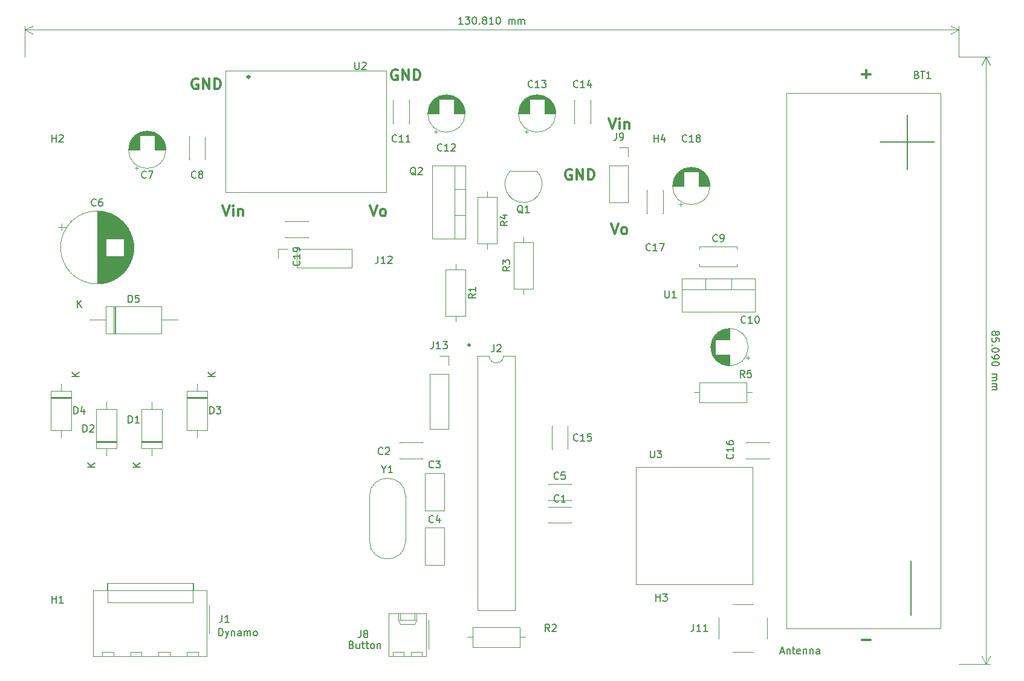
<source format=gbr>
G04 #@! TF.GenerationSoftware,KiCad,Pcbnew,(5.1.2)-1*
G04 #@! TF.CreationDate,2020-02-07T16:14:24+02:00*
G04 #@! TF.ProjectId,PCB,5043422e-6b69-4636-9164-5f7063625858,rev?*
G04 #@! TF.SameCoordinates,Original*
G04 #@! TF.FileFunction,Legend,Top*
G04 #@! TF.FilePolarity,Positive*
%FSLAX46Y46*%
G04 Gerber Fmt 4.6, Leading zero omitted, Abs format (unit mm)*
G04 Created by KiCad (PCBNEW (5.1.2)-1) date 2020-02-07 16:14:24*
%MOMM*%
%LPD*%
G04 APERTURE LIST*
%ADD10C,0.300000*%
%ADD11C,0.150000*%
%ADD12C,0.120000*%
%ADD13C,0.100000*%
G04 APERTURE END LIST*
D10*
X123571142Y-33540000D02*
X123428285Y-33468571D01*
X123214000Y-33468571D01*
X122999714Y-33540000D01*
X122856857Y-33682857D01*
X122785428Y-33825714D01*
X122714000Y-34111428D01*
X122714000Y-34325714D01*
X122785428Y-34611428D01*
X122856857Y-34754285D01*
X122999714Y-34897142D01*
X123214000Y-34968571D01*
X123356857Y-34968571D01*
X123571142Y-34897142D01*
X123642571Y-34825714D01*
X123642571Y-34325714D01*
X123356857Y-34325714D01*
X124285428Y-34968571D02*
X124285428Y-33468571D01*
X125142571Y-34968571D01*
X125142571Y-33468571D01*
X125856857Y-34968571D02*
X125856857Y-33468571D01*
X126214000Y-33468571D01*
X126428285Y-33540000D01*
X126571142Y-33682857D01*
X126642571Y-33825714D01*
X126714000Y-34111428D01*
X126714000Y-34325714D01*
X126642571Y-34611428D01*
X126571142Y-34754285D01*
X126428285Y-34897142D01*
X126214000Y-34968571D01*
X125856857Y-34968571D01*
X129123428Y-41088571D02*
X129623428Y-42588571D01*
X130123428Y-41088571D01*
X130837714Y-42588571D02*
X130694857Y-42517142D01*
X130623428Y-42445714D01*
X130552000Y-42302857D01*
X130552000Y-41874285D01*
X130623428Y-41731428D01*
X130694857Y-41660000D01*
X130837714Y-41588571D01*
X131052000Y-41588571D01*
X131194857Y-41660000D01*
X131266285Y-41731428D01*
X131337714Y-41874285D01*
X131337714Y-42302857D01*
X131266285Y-42445714D01*
X131194857Y-42517142D01*
X131052000Y-42588571D01*
X130837714Y-42588571D01*
X128766285Y-26356571D02*
X129266285Y-27856571D01*
X129766285Y-26356571D01*
X130266285Y-27856571D02*
X130266285Y-26856571D01*
X130266285Y-26356571D02*
X130194857Y-26428000D01*
X130266285Y-26499428D01*
X130337714Y-26428000D01*
X130266285Y-26356571D01*
X130266285Y-26499428D01*
X130980571Y-26856571D02*
X130980571Y-27856571D01*
X130980571Y-26999428D02*
X131052000Y-26928000D01*
X131194857Y-26856571D01*
X131409142Y-26856571D01*
X131552000Y-26928000D01*
X131623428Y-27070857D01*
X131623428Y-27856571D01*
X99187142Y-19570000D02*
X99044285Y-19498571D01*
X98830000Y-19498571D01*
X98615714Y-19570000D01*
X98472857Y-19712857D01*
X98401428Y-19855714D01*
X98330000Y-20141428D01*
X98330000Y-20355714D01*
X98401428Y-20641428D01*
X98472857Y-20784285D01*
X98615714Y-20927142D01*
X98830000Y-20998571D01*
X98972857Y-20998571D01*
X99187142Y-20927142D01*
X99258571Y-20855714D01*
X99258571Y-20355714D01*
X98972857Y-20355714D01*
X99901428Y-20998571D02*
X99901428Y-19498571D01*
X100758571Y-20998571D01*
X100758571Y-19498571D01*
X101472857Y-20998571D02*
X101472857Y-19498571D01*
X101830000Y-19498571D01*
X102044285Y-19570000D01*
X102187142Y-19712857D01*
X102258571Y-19855714D01*
X102330000Y-20141428D01*
X102330000Y-20355714D01*
X102258571Y-20641428D01*
X102187142Y-20784285D01*
X102044285Y-20927142D01*
X101830000Y-20998571D01*
X101472857Y-20998571D01*
X71247142Y-20840000D02*
X71104285Y-20768571D01*
X70890000Y-20768571D01*
X70675714Y-20840000D01*
X70532857Y-20982857D01*
X70461428Y-21125714D01*
X70390000Y-21411428D01*
X70390000Y-21625714D01*
X70461428Y-21911428D01*
X70532857Y-22054285D01*
X70675714Y-22197142D01*
X70890000Y-22268571D01*
X71032857Y-22268571D01*
X71247142Y-22197142D01*
X71318571Y-22125714D01*
X71318571Y-21625714D01*
X71032857Y-21625714D01*
X71961428Y-22268571D02*
X71961428Y-20768571D01*
X72818571Y-22268571D01*
X72818571Y-20768571D01*
X73532857Y-22268571D02*
X73532857Y-20768571D01*
X73890000Y-20768571D01*
X74104285Y-20840000D01*
X74247142Y-20982857D01*
X74318571Y-21125714D01*
X74390000Y-21411428D01*
X74390000Y-21625714D01*
X74318571Y-21911428D01*
X74247142Y-22054285D01*
X74104285Y-22197142D01*
X73890000Y-22268571D01*
X73532857Y-22268571D01*
X95341428Y-38548571D02*
X95841428Y-40048571D01*
X96341428Y-38548571D01*
X97055714Y-40048571D02*
X96912857Y-39977142D01*
X96841428Y-39905714D01*
X96770000Y-39762857D01*
X96770000Y-39334285D01*
X96841428Y-39191428D01*
X96912857Y-39120000D01*
X97055714Y-39048571D01*
X97270000Y-39048571D01*
X97412857Y-39120000D01*
X97484285Y-39191428D01*
X97555714Y-39334285D01*
X97555714Y-39762857D01*
X97484285Y-39905714D01*
X97412857Y-39977142D01*
X97270000Y-40048571D01*
X97055714Y-40048571D01*
X74664285Y-38548571D02*
X75164285Y-40048571D01*
X75664285Y-38548571D01*
X76164285Y-40048571D02*
X76164285Y-39048571D01*
X76164285Y-38548571D02*
X76092857Y-38620000D01*
X76164285Y-38691428D01*
X76235714Y-38620000D01*
X76164285Y-38548571D01*
X76164285Y-38691428D01*
X76878571Y-39048571D02*
X76878571Y-40048571D01*
X76878571Y-39191428D02*
X76950000Y-39120000D01*
X77092857Y-39048571D01*
X77307142Y-39048571D01*
X77450000Y-39120000D01*
X77521428Y-39262857D01*
X77521428Y-40048571D01*
X109220000Y-58066714D02*
X109291428Y-58138142D01*
X109220000Y-58209571D01*
X109148571Y-58138142D01*
X109220000Y-58066714D01*
X109220000Y-58209571D01*
X164274571Y-99421142D02*
X165417428Y-99421142D01*
X164274571Y-20173142D02*
X165417428Y-20173142D01*
X164846000Y-20744571D02*
X164846000Y-19601714D01*
D11*
X152813095Y-101131666D02*
X153289285Y-101131666D01*
X152717857Y-101417380D02*
X153051190Y-100417380D01*
X153384523Y-101417380D01*
X153717857Y-100750714D02*
X153717857Y-101417380D01*
X153717857Y-100845952D02*
X153765476Y-100798333D01*
X153860714Y-100750714D01*
X154003571Y-100750714D01*
X154098809Y-100798333D01*
X154146428Y-100893571D01*
X154146428Y-101417380D01*
X154479761Y-100750714D02*
X154860714Y-100750714D01*
X154622619Y-100417380D02*
X154622619Y-101274523D01*
X154670238Y-101369761D01*
X154765476Y-101417380D01*
X154860714Y-101417380D01*
X155575000Y-101369761D02*
X155479761Y-101417380D01*
X155289285Y-101417380D01*
X155194047Y-101369761D01*
X155146428Y-101274523D01*
X155146428Y-100893571D01*
X155194047Y-100798333D01*
X155289285Y-100750714D01*
X155479761Y-100750714D01*
X155575000Y-100798333D01*
X155622619Y-100893571D01*
X155622619Y-100988809D01*
X155146428Y-101084047D01*
X156051190Y-100750714D02*
X156051190Y-101417380D01*
X156051190Y-100845952D02*
X156098809Y-100798333D01*
X156194047Y-100750714D01*
X156336904Y-100750714D01*
X156432142Y-100798333D01*
X156479761Y-100893571D01*
X156479761Y-101417380D01*
X156955952Y-100750714D02*
X156955952Y-101417380D01*
X156955952Y-100845952D02*
X157003571Y-100798333D01*
X157098809Y-100750714D01*
X157241666Y-100750714D01*
X157336904Y-100798333D01*
X157384523Y-100893571D01*
X157384523Y-101417380D01*
X158289285Y-101417380D02*
X158289285Y-100893571D01*
X158241666Y-100798333D01*
X158146428Y-100750714D01*
X157955952Y-100750714D01*
X157860714Y-100798333D01*
X158289285Y-101369761D02*
X158194047Y-101417380D01*
X157955952Y-101417380D01*
X157860714Y-101369761D01*
X157813095Y-101274523D01*
X157813095Y-101179285D01*
X157860714Y-101084047D01*
X157955952Y-101036428D01*
X158194047Y-101036428D01*
X158289285Y-100988809D01*
X74168333Y-98877380D02*
X74168333Y-97877380D01*
X74406428Y-97877380D01*
X74549285Y-97925000D01*
X74644523Y-98020238D01*
X74692142Y-98115476D01*
X74739761Y-98305952D01*
X74739761Y-98448809D01*
X74692142Y-98639285D01*
X74644523Y-98734523D01*
X74549285Y-98829761D01*
X74406428Y-98877380D01*
X74168333Y-98877380D01*
X75073095Y-98210714D02*
X75311190Y-98877380D01*
X75549285Y-98210714D02*
X75311190Y-98877380D01*
X75215952Y-99115476D01*
X75168333Y-99163095D01*
X75073095Y-99210714D01*
X75930238Y-98210714D02*
X75930238Y-98877380D01*
X75930238Y-98305952D02*
X75977857Y-98258333D01*
X76073095Y-98210714D01*
X76215952Y-98210714D01*
X76311190Y-98258333D01*
X76358809Y-98353571D01*
X76358809Y-98877380D01*
X77263571Y-98877380D02*
X77263571Y-98353571D01*
X77215952Y-98258333D01*
X77120714Y-98210714D01*
X76930238Y-98210714D01*
X76835000Y-98258333D01*
X77263571Y-98829761D02*
X77168333Y-98877380D01*
X76930238Y-98877380D01*
X76835000Y-98829761D01*
X76787380Y-98734523D01*
X76787380Y-98639285D01*
X76835000Y-98544047D01*
X76930238Y-98496428D01*
X77168333Y-98496428D01*
X77263571Y-98448809D01*
X77739761Y-98877380D02*
X77739761Y-98210714D01*
X77739761Y-98305952D02*
X77787380Y-98258333D01*
X77882619Y-98210714D01*
X78025476Y-98210714D01*
X78120714Y-98258333D01*
X78168333Y-98353571D01*
X78168333Y-98877380D01*
X78168333Y-98353571D02*
X78215952Y-98258333D01*
X78311190Y-98210714D01*
X78454047Y-98210714D01*
X78549285Y-98258333D01*
X78596904Y-98353571D01*
X78596904Y-98877380D01*
X79215952Y-98877380D02*
X79120714Y-98829761D01*
X79073095Y-98782142D01*
X79025476Y-98686904D01*
X79025476Y-98401190D01*
X79073095Y-98305952D01*
X79120714Y-98258333D01*
X79215952Y-98210714D01*
X79358809Y-98210714D01*
X79454047Y-98258333D01*
X79501666Y-98305952D01*
X79549285Y-98401190D01*
X79549285Y-98686904D01*
X79501666Y-98782142D01*
X79454047Y-98829761D01*
X79358809Y-98877380D01*
X79215952Y-98877380D01*
X92757857Y-100131571D02*
X92900714Y-100179190D01*
X92948333Y-100226809D01*
X92995952Y-100322047D01*
X92995952Y-100464904D01*
X92948333Y-100560142D01*
X92900714Y-100607761D01*
X92805476Y-100655380D01*
X92424523Y-100655380D01*
X92424523Y-99655380D01*
X92757857Y-99655380D01*
X92853095Y-99703000D01*
X92900714Y-99750619D01*
X92948333Y-99845857D01*
X92948333Y-99941095D01*
X92900714Y-100036333D01*
X92853095Y-100083952D01*
X92757857Y-100131571D01*
X92424523Y-100131571D01*
X93853095Y-99988714D02*
X93853095Y-100655380D01*
X93424523Y-99988714D02*
X93424523Y-100512523D01*
X93472142Y-100607761D01*
X93567380Y-100655380D01*
X93710238Y-100655380D01*
X93805476Y-100607761D01*
X93853095Y-100560142D01*
X94186428Y-99988714D02*
X94567380Y-99988714D01*
X94329285Y-99655380D02*
X94329285Y-100512523D01*
X94376904Y-100607761D01*
X94472142Y-100655380D01*
X94567380Y-100655380D01*
X94757857Y-99988714D02*
X95138809Y-99988714D01*
X94900714Y-99655380D02*
X94900714Y-100512523D01*
X94948333Y-100607761D01*
X95043571Y-100655380D01*
X95138809Y-100655380D01*
X95615000Y-100655380D02*
X95519761Y-100607761D01*
X95472142Y-100560142D01*
X95424523Y-100464904D01*
X95424523Y-100179190D01*
X95472142Y-100083952D01*
X95519761Y-100036333D01*
X95615000Y-99988714D01*
X95757857Y-99988714D01*
X95853095Y-100036333D01*
X95900714Y-100083952D01*
X95948333Y-100179190D01*
X95948333Y-100464904D01*
X95900714Y-100560142D01*
X95853095Y-100607761D01*
X95757857Y-100655380D01*
X95615000Y-100655380D01*
X96376904Y-99988714D02*
X96376904Y-100655380D01*
X96376904Y-100083952D02*
X96424523Y-100036333D01*
X96519761Y-99988714D01*
X96662619Y-99988714D01*
X96757857Y-100036333D01*
X96805476Y-100131571D01*
X96805476Y-100655380D01*
X182999047Y-56372619D02*
X183046666Y-56277380D01*
X183094285Y-56229761D01*
X183189523Y-56182142D01*
X183237142Y-56182142D01*
X183332380Y-56229761D01*
X183380000Y-56277380D01*
X183427619Y-56372619D01*
X183427619Y-56563095D01*
X183380000Y-56658333D01*
X183332380Y-56705952D01*
X183237142Y-56753571D01*
X183189523Y-56753571D01*
X183094285Y-56705952D01*
X183046666Y-56658333D01*
X182999047Y-56563095D01*
X182999047Y-56372619D01*
X182951428Y-56277380D01*
X182903809Y-56229761D01*
X182808571Y-56182142D01*
X182618095Y-56182142D01*
X182522857Y-56229761D01*
X182475238Y-56277380D01*
X182427619Y-56372619D01*
X182427619Y-56563095D01*
X182475238Y-56658333D01*
X182522857Y-56705952D01*
X182618095Y-56753571D01*
X182808571Y-56753571D01*
X182903809Y-56705952D01*
X182951428Y-56658333D01*
X182999047Y-56563095D01*
X183427619Y-57658333D02*
X183427619Y-57182142D01*
X182951428Y-57134523D01*
X182999047Y-57182142D01*
X183046666Y-57277380D01*
X183046666Y-57515476D01*
X182999047Y-57610714D01*
X182951428Y-57658333D01*
X182856190Y-57705952D01*
X182618095Y-57705952D01*
X182522857Y-57658333D01*
X182475238Y-57610714D01*
X182427619Y-57515476D01*
X182427619Y-57277380D01*
X182475238Y-57182142D01*
X182522857Y-57134523D01*
X182522857Y-58134523D02*
X182475238Y-58182142D01*
X182427619Y-58134523D01*
X182475238Y-58086904D01*
X182522857Y-58134523D01*
X182427619Y-58134523D01*
X183427619Y-58801190D02*
X183427619Y-58896428D01*
X183380000Y-58991666D01*
X183332380Y-59039285D01*
X183237142Y-59086904D01*
X183046666Y-59134523D01*
X182808571Y-59134523D01*
X182618095Y-59086904D01*
X182522857Y-59039285D01*
X182475238Y-58991666D01*
X182427619Y-58896428D01*
X182427619Y-58801190D01*
X182475238Y-58705952D01*
X182522857Y-58658333D01*
X182618095Y-58610714D01*
X182808571Y-58563095D01*
X183046666Y-58563095D01*
X183237142Y-58610714D01*
X183332380Y-58658333D01*
X183380000Y-58705952D01*
X183427619Y-58801190D01*
X182427619Y-59610714D02*
X182427619Y-59801190D01*
X182475238Y-59896428D01*
X182522857Y-59944047D01*
X182665714Y-60039285D01*
X182856190Y-60086904D01*
X183237142Y-60086904D01*
X183332380Y-60039285D01*
X183380000Y-59991666D01*
X183427619Y-59896428D01*
X183427619Y-59705952D01*
X183380000Y-59610714D01*
X183332380Y-59563095D01*
X183237142Y-59515476D01*
X182999047Y-59515476D01*
X182903809Y-59563095D01*
X182856190Y-59610714D01*
X182808571Y-59705952D01*
X182808571Y-59896428D01*
X182856190Y-59991666D01*
X182903809Y-60039285D01*
X182999047Y-60086904D01*
X183427619Y-60705952D02*
X183427619Y-60801190D01*
X183380000Y-60896428D01*
X183332380Y-60944047D01*
X183237142Y-60991666D01*
X183046666Y-61039285D01*
X182808571Y-61039285D01*
X182618095Y-60991666D01*
X182522857Y-60944047D01*
X182475238Y-60896428D01*
X182427619Y-60801190D01*
X182427619Y-60705952D01*
X182475238Y-60610714D01*
X182522857Y-60563095D01*
X182618095Y-60515476D01*
X182808571Y-60467857D01*
X183046666Y-60467857D01*
X183237142Y-60515476D01*
X183332380Y-60563095D01*
X183380000Y-60610714D01*
X183427619Y-60705952D01*
X182427619Y-62229761D02*
X183094285Y-62229761D01*
X182999047Y-62229761D02*
X183046666Y-62277380D01*
X183094285Y-62372619D01*
X183094285Y-62515476D01*
X183046666Y-62610714D01*
X182951428Y-62658333D01*
X182427619Y-62658333D01*
X182951428Y-62658333D02*
X183046666Y-62705952D01*
X183094285Y-62801190D01*
X183094285Y-62944047D01*
X183046666Y-63039285D01*
X182951428Y-63086904D01*
X182427619Y-63086904D01*
X182427619Y-63563095D02*
X183094285Y-63563095D01*
X182999047Y-63563095D02*
X183046666Y-63610714D01*
X183094285Y-63705952D01*
X183094285Y-63848809D01*
X183046666Y-63944047D01*
X182951428Y-63991666D01*
X182427619Y-63991666D01*
X182951428Y-63991666D02*
X183046666Y-64039285D01*
X183094285Y-64134523D01*
X183094285Y-64277380D01*
X183046666Y-64372619D01*
X182951428Y-64420238D01*
X182427619Y-64420238D01*
D12*
X181610000Y-17780000D02*
X181610000Y-102870000D01*
X177800000Y-17780000D02*
X182196421Y-17780000D01*
X177800000Y-102870000D02*
X182196421Y-102870000D01*
X181610000Y-102870000D02*
X181023579Y-101743496D01*
X181610000Y-102870000D02*
X182196421Y-101743496D01*
X181610000Y-17780000D02*
X181023579Y-18906504D01*
X181610000Y-17780000D02*
X182196421Y-18906504D01*
D11*
X108347380Y-13152380D02*
X107775952Y-13152380D01*
X108061666Y-13152380D02*
X108061666Y-12152380D01*
X107966428Y-12295238D01*
X107871190Y-12390476D01*
X107775952Y-12438095D01*
X108680714Y-12152380D02*
X109299761Y-12152380D01*
X108966428Y-12533333D01*
X109109285Y-12533333D01*
X109204523Y-12580952D01*
X109252142Y-12628571D01*
X109299761Y-12723809D01*
X109299761Y-12961904D01*
X109252142Y-13057142D01*
X109204523Y-13104761D01*
X109109285Y-13152380D01*
X108823571Y-13152380D01*
X108728333Y-13104761D01*
X108680714Y-13057142D01*
X109918809Y-12152380D02*
X110014047Y-12152380D01*
X110109285Y-12200000D01*
X110156904Y-12247619D01*
X110204523Y-12342857D01*
X110252142Y-12533333D01*
X110252142Y-12771428D01*
X110204523Y-12961904D01*
X110156904Y-13057142D01*
X110109285Y-13104761D01*
X110014047Y-13152380D01*
X109918809Y-13152380D01*
X109823571Y-13104761D01*
X109775952Y-13057142D01*
X109728333Y-12961904D01*
X109680714Y-12771428D01*
X109680714Y-12533333D01*
X109728333Y-12342857D01*
X109775952Y-12247619D01*
X109823571Y-12200000D01*
X109918809Y-12152380D01*
X110680714Y-13057142D02*
X110728333Y-13104761D01*
X110680714Y-13152380D01*
X110633095Y-13104761D01*
X110680714Y-13057142D01*
X110680714Y-13152380D01*
X111299761Y-12580952D02*
X111204523Y-12533333D01*
X111156904Y-12485714D01*
X111109285Y-12390476D01*
X111109285Y-12342857D01*
X111156904Y-12247619D01*
X111204523Y-12200000D01*
X111299761Y-12152380D01*
X111490238Y-12152380D01*
X111585476Y-12200000D01*
X111633095Y-12247619D01*
X111680714Y-12342857D01*
X111680714Y-12390476D01*
X111633095Y-12485714D01*
X111585476Y-12533333D01*
X111490238Y-12580952D01*
X111299761Y-12580952D01*
X111204523Y-12628571D01*
X111156904Y-12676190D01*
X111109285Y-12771428D01*
X111109285Y-12961904D01*
X111156904Y-13057142D01*
X111204523Y-13104761D01*
X111299761Y-13152380D01*
X111490238Y-13152380D01*
X111585476Y-13104761D01*
X111633095Y-13057142D01*
X111680714Y-12961904D01*
X111680714Y-12771428D01*
X111633095Y-12676190D01*
X111585476Y-12628571D01*
X111490238Y-12580952D01*
X112633095Y-13152380D02*
X112061666Y-13152380D01*
X112347380Y-13152380D02*
X112347380Y-12152380D01*
X112252142Y-12295238D01*
X112156904Y-12390476D01*
X112061666Y-12438095D01*
X113252142Y-12152380D02*
X113347380Y-12152380D01*
X113442619Y-12200000D01*
X113490238Y-12247619D01*
X113537857Y-12342857D01*
X113585476Y-12533333D01*
X113585476Y-12771428D01*
X113537857Y-12961904D01*
X113490238Y-13057142D01*
X113442619Y-13104761D01*
X113347380Y-13152380D01*
X113252142Y-13152380D01*
X113156904Y-13104761D01*
X113109285Y-13057142D01*
X113061666Y-12961904D01*
X113014047Y-12771428D01*
X113014047Y-12533333D01*
X113061666Y-12342857D01*
X113109285Y-12247619D01*
X113156904Y-12200000D01*
X113252142Y-12152380D01*
X114775952Y-13152380D02*
X114775952Y-12485714D01*
X114775952Y-12580952D02*
X114823571Y-12533333D01*
X114918809Y-12485714D01*
X115061666Y-12485714D01*
X115156904Y-12533333D01*
X115204523Y-12628571D01*
X115204523Y-13152380D01*
X115204523Y-12628571D02*
X115252142Y-12533333D01*
X115347380Y-12485714D01*
X115490238Y-12485714D01*
X115585476Y-12533333D01*
X115633095Y-12628571D01*
X115633095Y-13152380D01*
X116109285Y-13152380D02*
X116109285Y-12485714D01*
X116109285Y-12580952D02*
X116156904Y-12533333D01*
X116252142Y-12485714D01*
X116395000Y-12485714D01*
X116490238Y-12533333D01*
X116537857Y-12628571D01*
X116537857Y-13152380D01*
X116537857Y-12628571D02*
X116585476Y-12533333D01*
X116680714Y-12485714D01*
X116823571Y-12485714D01*
X116918809Y-12533333D01*
X116966428Y-12628571D01*
X116966428Y-13152380D01*
D12*
X46990000Y-13970000D02*
X177800000Y-13970000D01*
X46990000Y-17780000D02*
X46990000Y-13383579D01*
X177800000Y-17780000D02*
X177800000Y-13383579D01*
X177800000Y-13970000D02*
X176673496Y-14556421D01*
X177800000Y-13970000D02*
X176673496Y-13383579D01*
X46990000Y-13970000D02*
X48116504Y-14556421D01*
X46990000Y-13970000D02*
X48116504Y-13383579D01*
X148006000Y-71843000D02*
X148006000Y-71778000D01*
X148006000Y-74018000D02*
X148006000Y-73953000D01*
X151246000Y-71843000D02*
X151246000Y-71778000D01*
X151246000Y-74018000D02*
X151246000Y-73953000D01*
X151246000Y-71778000D02*
X148006000Y-71778000D01*
X151246000Y-74018000D02*
X148006000Y-74018000D01*
D13*
X132566000Y-91654000D02*
X132566000Y-75254000D01*
X148966000Y-91654000D02*
X132566000Y-91654000D01*
X148966000Y-75254000D02*
X148966000Y-91654000D01*
X132566000Y-75254000D02*
X148966000Y-75254000D01*
D12*
X153670000Y-22860000D02*
X175260000Y-22860000D01*
X153670000Y-97860000D02*
X153670000Y-22860000D01*
X175260000Y-97860000D02*
X153670000Y-97860000D01*
X175260000Y-22860000D02*
X175260000Y-97860000D01*
X97631000Y-19694000D02*
X97631000Y-36694000D01*
X97631000Y-36694000D02*
X75131000Y-36694000D01*
X75131000Y-19694000D02*
X75131000Y-36694000D01*
X75131000Y-19694000D02*
X97631000Y-19694000D01*
X72505000Y-101740000D02*
X56585000Y-101740000D01*
X56585000Y-101740000D02*
X56585000Y-92515000D01*
X56585000Y-92515000D02*
X58490000Y-92515000D01*
X58490000Y-92515000D02*
X58490000Y-91510000D01*
X58490000Y-91510000D02*
X70600000Y-91510000D01*
X70600000Y-91510000D02*
X70600000Y-92515000D01*
X70600000Y-92515000D02*
X72505000Y-92515000D01*
X72505000Y-92515000D02*
X72505000Y-101740000D01*
X72795000Y-98520000D02*
X72795000Y-94520000D01*
X70485000Y-91510000D02*
X70485000Y-92510000D01*
X70485000Y-92510000D02*
X58605000Y-92510000D01*
X58605000Y-92510000D02*
X58605000Y-91510000D01*
X70485000Y-92510000D02*
X70485000Y-94180000D01*
X70485000Y-94180000D02*
X58605000Y-94180000D01*
X58605000Y-94180000D02*
X58605000Y-92510000D01*
X71285000Y-101740000D02*
X71285000Y-101140000D01*
X71285000Y-101140000D02*
X69685000Y-101140000D01*
X69685000Y-101140000D02*
X69685000Y-101740000D01*
X67325000Y-101740000D02*
X67325000Y-101140000D01*
X67325000Y-101140000D02*
X65725000Y-101140000D01*
X65725000Y-101140000D02*
X65725000Y-101740000D01*
X63365000Y-101740000D02*
X63365000Y-101140000D01*
X63365000Y-101140000D02*
X61765000Y-101140000D01*
X61765000Y-101140000D02*
X61765000Y-101740000D01*
X59405000Y-101740000D02*
X59405000Y-101140000D01*
X59405000Y-101140000D02*
X57805000Y-101140000D01*
X57805000Y-101140000D02*
X57805000Y-101740000D01*
X123040000Y-69480000D02*
X123040000Y-72720000D01*
X120800000Y-69480000D02*
X120800000Y-72720000D01*
X123040000Y-69480000D02*
X122975000Y-69480000D01*
X120865000Y-69480000D02*
X120800000Y-69480000D01*
X123040000Y-72720000D02*
X122975000Y-72720000D01*
X120865000Y-72720000D02*
X120800000Y-72720000D01*
X139025000Y-48800000D02*
X149265000Y-48800000D01*
X139025000Y-53441000D02*
X149265000Y-53441000D01*
X139025000Y-48800000D02*
X139025000Y-53441000D01*
X149265000Y-48800000D02*
X149265000Y-53441000D01*
X139025000Y-50310000D02*
X149265000Y-50310000D01*
X142295000Y-48800000D02*
X142295000Y-50310000D01*
X145996000Y-48800000D02*
X145996000Y-50310000D01*
X123520000Y-82970000D02*
X123520000Y-83035000D01*
X123520000Y-80795000D02*
X123520000Y-80860000D01*
X120280000Y-82970000D02*
X120280000Y-83035000D01*
X120280000Y-80795000D02*
X120280000Y-80860000D01*
X120280000Y-83035000D02*
X123520000Y-83035000D01*
X120280000Y-80795000D02*
X123520000Y-80795000D01*
X99492000Y-71843000D02*
X99492000Y-71778000D01*
X99492000Y-74018000D02*
X99492000Y-73953000D01*
X102732000Y-71843000D02*
X102732000Y-71778000D01*
X102732000Y-74018000D02*
X102732000Y-73953000D01*
X102732000Y-71778000D02*
X99492000Y-71778000D01*
X102732000Y-74018000D02*
X99492000Y-74018000D01*
X105764000Y-81340000D02*
X103024000Y-81340000D01*
X105764000Y-76100000D02*
X103024000Y-76100000D01*
X103024000Y-76100000D02*
X103024000Y-81340000D01*
X105764000Y-76100000D02*
X105764000Y-81340000D01*
X105764000Y-83720000D02*
X105764000Y-88960000D01*
X103024000Y-83720000D02*
X103024000Y-88960000D01*
X105764000Y-83720000D02*
X103024000Y-83720000D01*
X105764000Y-88960000D02*
X103024000Y-88960000D01*
X120280000Y-77620000D02*
X123520000Y-77620000D01*
X120280000Y-79860000D02*
X123520000Y-79860000D01*
X120280000Y-77620000D02*
X120280000Y-77685000D01*
X120280000Y-79795000D02*
X120280000Y-79860000D01*
X123520000Y-77620000D02*
X123520000Y-77685000D01*
X123520000Y-79795000D02*
X123520000Y-79860000D01*
X62230000Y-44450000D02*
G75*
G03X62230000Y-44450000I-5120000J0D01*
G01*
X57110000Y-39370000D02*
X57110000Y-49530000D01*
X57150000Y-39370000D02*
X57150000Y-49530000D01*
X57190000Y-39370000D02*
X57190000Y-49530000D01*
X57230000Y-39371000D02*
X57230000Y-49529000D01*
X57270000Y-39372000D02*
X57270000Y-49528000D01*
X57310000Y-39373000D02*
X57310000Y-49527000D01*
X57350000Y-39375000D02*
X57350000Y-49525000D01*
X57390000Y-39377000D02*
X57390000Y-49523000D01*
X57430000Y-39380000D02*
X57430000Y-49520000D01*
X57470000Y-39382000D02*
X57470000Y-49518000D01*
X57510000Y-39385000D02*
X57510000Y-49515000D01*
X57550000Y-39388000D02*
X57550000Y-49512000D01*
X57590000Y-39392000D02*
X57590000Y-49508000D01*
X57630000Y-39396000D02*
X57630000Y-49504000D01*
X57670000Y-39400000D02*
X57670000Y-49500000D01*
X57710000Y-39405000D02*
X57710000Y-49495000D01*
X57750000Y-39410000D02*
X57750000Y-49490000D01*
X57790000Y-39415000D02*
X57790000Y-49485000D01*
X57831000Y-39420000D02*
X57831000Y-49480000D01*
X57871000Y-39426000D02*
X57871000Y-49474000D01*
X57911000Y-39432000D02*
X57911000Y-49468000D01*
X57951000Y-39439000D02*
X57951000Y-49461000D01*
X57991000Y-39446000D02*
X57991000Y-49454000D01*
X58031000Y-39453000D02*
X58031000Y-49447000D01*
X58071000Y-39460000D02*
X58071000Y-49440000D01*
X58111000Y-39468000D02*
X58111000Y-49432000D01*
X58151000Y-39476000D02*
X58151000Y-49424000D01*
X58191000Y-39485000D02*
X58191000Y-49415000D01*
X58231000Y-39494000D02*
X58231000Y-49406000D01*
X58271000Y-39503000D02*
X58271000Y-49397000D01*
X58311000Y-39512000D02*
X58311000Y-49388000D01*
X58351000Y-39522000D02*
X58351000Y-49378000D01*
X58391000Y-39532000D02*
X58391000Y-43209000D01*
X58391000Y-45691000D02*
X58391000Y-49368000D01*
X58431000Y-39543000D02*
X58431000Y-43209000D01*
X58431000Y-45691000D02*
X58431000Y-49357000D01*
X58471000Y-39553000D02*
X58471000Y-43209000D01*
X58471000Y-45691000D02*
X58471000Y-49347000D01*
X58511000Y-39565000D02*
X58511000Y-43209000D01*
X58511000Y-45691000D02*
X58511000Y-49335000D01*
X58551000Y-39576000D02*
X58551000Y-43209000D01*
X58551000Y-45691000D02*
X58551000Y-49324000D01*
X58591000Y-39588000D02*
X58591000Y-43209000D01*
X58591000Y-45691000D02*
X58591000Y-49312000D01*
X58631000Y-39600000D02*
X58631000Y-43209000D01*
X58631000Y-45691000D02*
X58631000Y-49300000D01*
X58671000Y-39613000D02*
X58671000Y-43209000D01*
X58671000Y-45691000D02*
X58671000Y-49287000D01*
X58711000Y-39626000D02*
X58711000Y-43209000D01*
X58711000Y-45691000D02*
X58711000Y-49274000D01*
X58751000Y-39639000D02*
X58751000Y-43209000D01*
X58751000Y-45691000D02*
X58751000Y-49261000D01*
X58791000Y-39653000D02*
X58791000Y-43209000D01*
X58791000Y-45691000D02*
X58791000Y-49247000D01*
X58831000Y-39667000D02*
X58831000Y-43209000D01*
X58831000Y-45691000D02*
X58831000Y-49233000D01*
X58871000Y-39682000D02*
X58871000Y-43209000D01*
X58871000Y-45691000D02*
X58871000Y-49218000D01*
X58911000Y-39696000D02*
X58911000Y-43209000D01*
X58911000Y-45691000D02*
X58911000Y-49204000D01*
X58951000Y-39712000D02*
X58951000Y-43209000D01*
X58951000Y-45691000D02*
X58951000Y-49188000D01*
X58991000Y-39727000D02*
X58991000Y-43209000D01*
X58991000Y-45691000D02*
X58991000Y-49173000D01*
X59031000Y-39743000D02*
X59031000Y-43209000D01*
X59031000Y-45691000D02*
X59031000Y-49157000D01*
X59071000Y-39760000D02*
X59071000Y-43209000D01*
X59071000Y-45691000D02*
X59071000Y-49140000D01*
X59111000Y-39776000D02*
X59111000Y-43209000D01*
X59111000Y-45691000D02*
X59111000Y-49124000D01*
X59151000Y-39793000D02*
X59151000Y-43209000D01*
X59151000Y-45691000D02*
X59151000Y-49107000D01*
X59191000Y-39811000D02*
X59191000Y-43209000D01*
X59191000Y-45691000D02*
X59191000Y-49089000D01*
X59231000Y-39829000D02*
X59231000Y-43209000D01*
X59231000Y-45691000D02*
X59231000Y-49071000D01*
X59271000Y-39847000D02*
X59271000Y-43209000D01*
X59271000Y-45691000D02*
X59271000Y-49053000D01*
X59311000Y-39866000D02*
X59311000Y-43209000D01*
X59311000Y-45691000D02*
X59311000Y-49034000D01*
X59351000Y-39886000D02*
X59351000Y-43209000D01*
X59351000Y-45691000D02*
X59351000Y-49014000D01*
X59391000Y-39905000D02*
X59391000Y-43209000D01*
X59391000Y-45691000D02*
X59391000Y-48995000D01*
X59431000Y-39925000D02*
X59431000Y-43209000D01*
X59431000Y-45691000D02*
X59431000Y-48975000D01*
X59471000Y-39946000D02*
X59471000Y-43209000D01*
X59471000Y-45691000D02*
X59471000Y-48954000D01*
X59511000Y-39967000D02*
X59511000Y-43209000D01*
X59511000Y-45691000D02*
X59511000Y-48933000D01*
X59551000Y-39988000D02*
X59551000Y-43209000D01*
X59551000Y-45691000D02*
X59551000Y-48912000D01*
X59591000Y-40010000D02*
X59591000Y-43209000D01*
X59591000Y-45691000D02*
X59591000Y-48890000D01*
X59631000Y-40033000D02*
X59631000Y-43209000D01*
X59631000Y-45691000D02*
X59631000Y-48867000D01*
X59671000Y-40055000D02*
X59671000Y-43209000D01*
X59671000Y-45691000D02*
X59671000Y-48845000D01*
X59711000Y-40079000D02*
X59711000Y-43209000D01*
X59711000Y-45691000D02*
X59711000Y-48821000D01*
X59751000Y-40103000D02*
X59751000Y-43209000D01*
X59751000Y-45691000D02*
X59751000Y-48797000D01*
X59791000Y-40127000D02*
X59791000Y-43209000D01*
X59791000Y-45691000D02*
X59791000Y-48773000D01*
X59831000Y-40152000D02*
X59831000Y-43209000D01*
X59831000Y-45691000D02*
X59831000Y-48748000D01*
X59871000Y-40177000D02*
X59871000Y-43209000D01*
X59871000Y-45691000D02*
X59871000Y-48723000D01*
X59911000Y-40203000D02*
X59911000Y-43209000D01*
X59911000Y-45691000D02*
X59911000Y-48697000D01*
X59951000Y-40229000D02*
X59951000Y-43209000D01*
X59951000Y-45691000D02*
X59951000Y-48671000D01*
X59991000Y-40256000D02*
X59991000Y-43209000D01*
X59991000Y-45691000D02*
X59991000Y-48644000D01*
X60031000Y-40284000D02*
X60031000Y-43209000D01*
X60031000Y-45691000D02*
X60031000Y-48616000D01*
X60071000Y-40312000D02*
X60071000Y-43209000D01*
X60071000Y-45691000D02*
X60071000Y-48588000D01*
X60111000Y-40340000D02*
X60111000Y-43209000D01*
X60111000Y-45691000D02*
X60111000Y-48560000D01*
X60151000Y-40370000D02*
X60151000Y-43209000D01*
X60151000Y-45691000D02*
X60151000Y-48530000D01*
X60191000Y-40400000D02*
X60191000Y-43209000D01*
X60191000Y-45691000D02*
X60191000Y-48500000D01*
X60231000Y-40430000D02*
X60231000Y-43209000D01*
X60231000Y-45691000D02*
X60231000Y-48470000D01*
X60271000Y-40461000D02*
X60271000Y-43209000D01*
X60271000Y-45691000D02*
X60271000Y-48439000D01*
X60311000Y-40493000D02*
X60311000Y-43209000D01*
X60311000Y-45691000D02*
X60311000Y-48407000D01*
X60351000Y-40525000D02*
X60351000Y-43209000D01*
X60351000Y-45691000D02*
X60351000Y-48375000D01*
X60391000Y-40558000D02*
X60391000Y-43209000D01*
X60391000Y-45691000D02*
X60391000Y-48342000D01*
X60431000Y-40592000D02*
X60431000Y-43209000D01*
X60431000Y-45691000D02*
X60431000Y-48308000D01*
X60471000Y-40626000D02*
X60471000Y-43209000D01*
X60471000Y-45691000D02*
X60471000Y-48274000D01*
X60511000Y-40661000D02*
X60511000Y-43209000D01*
X60511000Y-45691000D02*
X60511000Y-48239000D01*
X60551000Y-40697000D02*
X60551000Y-43209000D01*
X60551000Y-45691000D02*
X60551000Y-48203000D01*
X60591000Y-40734000D02*
X60591000Y-43209000D01*
X60591000Y-45691000D02*
X60591000Y-48166000D01*
X60631000Y-40771000D02*
X60631000Y-43209000D01*
X60631000Y-45691000D02*
X60631000Y-48129000D01*
X60671000Y-40810000D02*
X60671000Y-43209000D01*
X60671000Y-45691000D02*
X60671000Y-48090000D01*
X60711000Y-40849000D02*
X60711000Y-43209000D01*
X60711000Y-45691000D02*
X60711000Y-48051000D01*
X60751000Y-40889000D02*
X60751000Y-43209000D01*
X60751000Y-45691000D02*
X60751000Y-48011000D01*
X60791000Y-40930000D02*
X60791000Y-43209000D01*
X60791000Y-45691000D02*
X60791000Y-47970000D01*
X60831000Y-40972000D02*
X60831000Y-43209000D01*
X60831000Y-45691000D02*
X60831000Y-47928000D01*
X60871000Y-41014000D02*
X60871000Y-47886000D01*
X60911000Y-41058000D02*
X60911000Y-47842000D01*
X60951000Y-41103000D02*
X60951000Y-47797000D01*
X60991000Y-41149000D02*
X60991000Y-47751000D01*
X61031000Y-41196000D02*
X61031000Y-47704000D01*
X61071000Y-41244000D02*
X61071000Y-47656000D01*
X61111000Y-41294000D02*
X61111000Y-47606000D01*
X61151000Y-41344000D02*
X61151000Y-47556000D01*
X61191000Y-41396000D02*
X61191000Y-47504000D01*
X61231000Y-41450000D02*
X61231000Y-47450000D01*
X61271000Y-41505000D02*
X61271000Y-47395000D01*
X61311000Y-41561000D02*
X61311000Y-47339000D01*
X61351000Y-41620000D02*
X61351000Y-47280000D01*
X61391000Y-41680000D02*
X61391000Y-47220000D01*
X61431000Y-41741000D02*
X61431000Y-47159000D01*
X61471000Y-41805000D02*
X61471000Y-47095000D01*
X61511000Y-41871000D02*
X61511000Y-47029000D01*
X61551000Y-41940000D02*
X61551000Y-46960000D01*
X61591000Y-42011000D02*
X61591000Y-46889000D01*
X61631000Y-42085000D02*
X61631000Y-46815000D01*
X61671000Y-42161000D02*
X61671000Y-46739000D01*
X61711000Y-42241000D02*
X61711000Y-46659000D01*
X61751000Y-42325000D02*
X61751000Y-46575000D01*
X61791000Y-42413000D02*
X61791000Y-46487000D01*
X61831000Y-42506000D02*
X61831000Y-46394000D01*
X61871000Y-42604000D02*
X61871000Y-46296000D01*
X61911000Y-42708000D02*
X61911000Y-46192000D01*
X61951000Y-42820000D02*
X61951000Y-46080000D01*
X61991000Y-42940000D02*
X61991000Y-45960000D01*
X62031000Y-43072000D02*
X62031000Y-45828000D01*
X62071000Y-43220000D02*
X62071000Y-45680000D01*
X62111000Y-43388000D02*
X62111000Y-45512000D01*
X62151000Y-43588000D02*
X62151000Y-45312000D01*
X62191000Y-43851000D02*
X62191000Y-45049000D01*
X51630354Y-41575000D02*
X52630354Y-41575000D01*
X52130354Y-41075000D02*
X52130354Y-42075000D01*
X66755000Y-30750000D02*
G75*
G03X66755000Y-30750000I-2620000J0D01*
G01*
X65175000Y-30750000D02*
X66715000Y-30750000D01*
X61555000Y-30750000D02*
X63095000Y-30750000D01*
X65175000Y-30710000D02*
X66715000Y-30710000D01*
X61555000Y-30710000D02*
X63095000Y-30710000D01*
X61556000Y-30670000D02*
X63095000Y-30670000D01*
X65175000Y-30670000D02*
X66714000Y-30670000D01*
X61557000Y-30630000D02*
X63095000Y-30630000D01*
X65175000Y-30630000D02*
X66713000Y-30630000D01*
X61559000Y-30590000D02*
X63095000Y-30590000D01*
X65175000Y-30590000D02*
X66711000Y-30590000D01*
X61562000Y-30550000D02*
X63095000Y-30550000D01*
X65175000Y-30550000D02*
X66708000Y-30550000D01*
X61566000Y-30510000D02*
X63095000Y-30510000D01*
X65175000Y-30510000D02*
X66704000Y-30510000D01*
X61570000Y-30470000D02*
X63095000Y-30470000D01*
X65175000Y-30470000D02*
X66700000Y-30470000D01*
X61574000Y-30430000D02*
X63095000Y-30430000D01*
X65175000Y-30430000D02*
X66696000Y-30430000D01*
X61579000Y-30390000D02*
X63095000Y-30390000D01*
X65175000Y-30390000D02*
X66691000Y-30390000D01*
X61585000Y-30350000D02*
X63095000Y-30350000D01*
X65175000Y-30350000D02*
X66685000Y-30350000D01*
X61592000Y-30310000D02*
X63095000Y-30310000D01*
X65175000Y-30310000D02*
X66678000Y-30310000D01*
X61599000Y-30270000D02*
X63095000Y-30270000D01*
X65175000Y-30270000D02*
X66671000Y-30270000D01*
X61607000Y-30230000D02*
X63095000Y-30230000D01*
X65175000Y-30230000D02*
X66663000Y-30230000D01*
X61615000Y-30190000D02*
X63095000Y-30190000D01*
X65175000Y-30190000D02*
X66655000Y-30190000D01*
X61624000Y-30150000D02*
X63095000Y-30150000D01*
X65175000Y-30150000D02*
X66646000Y-30150000D01*
X61634000Y-30110000D02*
X63095000Y-30110000D01*
X65175000Y-30110000D02*
X66636000Y-30110000D01*
X61644000Y-30070000D02*
X63095000Y-30070000D01*
X65175000Y-30070000D02*
X66626000Y-30070000D01*
X61655000Y-30029000D02*
X63095000Y-30029000D01*
X65175000Y-30029000D02*
X66615000Y-30029000D01*
X61667000Y-29989000D02*
X63095000Y-29989000D01*
X65175000Y-29989000D02*
X66603000Y-29989000D01*
X61680000Y-29949000D02*
X63095000Y-29949000D01*
X65175000Y-29949000D02*
X66590000Y-29949000D01*
X61693000Y-29909000D02*
X63095000Y-29909000D01*
X65175000Y-29909000D02*
X66577000Y-29909000D01*
X61707000Y-29869000D02*
X63095000Y-29869000D01*
X65175000Y-29869000D02*
X66563000Y-29869000D01*
X61721000Y-29829000D02*
X63095000Y-29829000D01*
X65175000Y-29829000D02*
X66549000Y-29829000D01*
X61737000Y-29789000D02*
X63095000Y-29789000D01*
X65175000Y-29789000D02*
X66533000Y-29789000D01*
X61753000Y-29749000D02*
X63095000Y-29749000D01*
X65175000Y-29749000D02*
X66517000Y-29749000D01*
X61770000Y-29709000D02*
X63095000Y-29709000D01*
X65175000Y-29709000D02*
X66500000Y-29709000D01*
X61787000Y-29669000D02*
X63095000Y-29669000D01*
X65175000Y-29669000D02*
X66483000Y-29669000D01*
X61806000Y-29629000D02*
X63095000Y-29629000D01*
X65175000Y-29629000D02*
X66464000Y-29629000D01*
X61825000Y-29589000D02*
X63095000Y-29589000D01*
X65175000Y-29589000D02*
X66445000Y-29589000D01*
X61845000Y-29549000D02*
X63095000Y-29549000D01*
X65175000Y-29549000D02*
X66425000Y-29549000D01*
X61867000Y-29509000D02*
X63095000Y-29509000D01*
X65175000Y-29509000D02*
X66403000Y-29509000D01*
X61888000Y-29469000D02*
X63095000Y-29469000D01*
X65175000Y-29469000D02*
X66382000Y-29469000D01*
X61911000Y-29429000D02*
X63095000Y-29429000D01*
X65175000Y-29429000D02*
X66359000Y-29429000D01*
X61935000Y-29389000D02*
X63095000Y-29389000D01*
X65175000Y-29389000D02*
X66335000Y-29389000D01*
X61960000Y-29349000D02*
X63095000Y-29349000D01*
X65175000Y-29349000D02*
X66310000Y-29349000D01*
X61986000Y-29309000D02*
X63095000Y-29309000D01*
X65175000Y-29309000D02*
X66284000Y-29309000D01*
X62013000Y-29269000D02*
X63095000Y-29269000D01*
X65175000Y-29269000D02*
X66257000Y-29269000D01*
X62040000Y-29229000D02*
X63095000Y-29229000D01*
X65175000Y-29229000D02*
X66230000Y-29229000D01*
X62070000Y-29189000D02*
X63095000Y-29189000D01*
X65175000Y-29189000D02*
X66200000Y-29189000D01*
X62100000Y-29149000D02*
X63095000Y-29149000D01*
X65175000Y-29149000D02*
X66170000Y-29149000D01*
X62131000Y-29109000D02*
X63095000Y-29109000D01*
X65175000Y-29109000D02*
X66139000Y-29109000D01*
X62164000Y-29069000D02*
X63095000Y-29069000D01*
X65175000Y-29069000D02*
X66106000Y-29069000D01*
X62198000Y-29029000D02*
X63095000Y-29029000D01*
X65175000Y-29029000D02*
X66072000Y-29029000D01*
X62234000Y-28989000D02*
X63095000Y-28989000D01*
X65175000Y-28989000D02*
X66036000Y-28989000D01*
X62271000Y-28949000D02*
X63095000Y-28949000D01*
X65175000Y-28949000D02*
X65999000Y-28949000D01*
X62309000Y-28909000D02*
X63095000Y-28909000D01*
X65175000Y-28909000D02*
X65961000Y-28909000D01*
X62350000Y-28869000D02*
X63095000Y-28869000D01*
X65175000Y-28869000D02*
X65920000Y-28869000D01*
X62392000Y-28829000D02*
X63095000Y-28829000D01*
X65175000Y-28829000D02*
X65878000Y-28829000D01*
X62436000Y-28789000D02*
X63095000Y-28789000D01*
X65175000Y-28789000D02*
X65834000Y-28789000D01*
X62482000Y-28749000D02*
X63095000Y-28749000D01*
X65175000Y-28749000D02*
X65788000Y-28749000D01*
X62530000Y-28709000D02*
X65740000Y-28709000D01*
X62581000Y-28669000D02*
X65689000Y-28669000D01*
X62635000Y-28629000D02*
X65635000Y-28629000D01*
X62692000Y-28589000D02*
X65578000Y-28589000D01*
X62752000Y-28549000D02*
X65518000Y-28549000D01*
X62816000Y-28509000D02*
X65454000Y-28509000D01*
X62884000Y-28469000D02*
X65386000Y-28469000D01*
X62957000Y-28429000D02*
X65313000Y-28429000D01*
X63037000Y-28389000D02*
X65233000Y-28389000D01*
X63124000Y-28349000D02*
X65146000Y-28349000D01*
X63220000Y-28309000D02*
X65050000Y-28309000D01*
X63330000Y-28269000D02*
X64940000Y-28269000D01*
X63458000Y-28229000D02*
X64812000Y-28229000D01*
X63617000Y-28189000D02*
X64653000Y-28189000D01*
X63851000Y-28149000D02*
X64419000Y-28149000D01*
X62660000Y-33554775D02*
X62660000Y-33054775D01*
X62410000Y-33304775D02*
X62910000Y-33304775D01*
X70000000Y-32120000D02*
X70000000Y-28880000D01*
X72240000Y-32120000D02*
X72240000Y-28880000D01*
X70000000Y-32120000D02*
X70065000Y-32120000D01*
X72175000Y-32120000D02*
X72240000Y-32120000D01*
X70000000Y-28880000D02*
X70065000Y-28880000D01*
X72175000Y-28880000D02*
X72240000Y-28880000D01*
X141485000Y-44350000D02*
X146725000Y-44350000D01*
X141485000Y-47090000D02*
X146725000Y-47090000D01*
X141485000Y-44350000D02*
X141485000Y-44665000D01*
X141485000Y-46775000D02*
X141485000Y-47090000D01*
X146725000Y-44350000D02*
X146725000Y-44665000D01*
X146725000Y-46775000D02*
X146725000Y-47090000D01*
X148239775Y-60145000D02*
X148239775Y-59645000D01*
X148489775Y-59895000D02*
X147989775Y-59895000D01*
X143084000Y-58704000D02*
X143084000Y-58136000D01*
X143124000Y-58938000D02*
X143124000Y-57902000D01*
X143164000Y-59097000D02*
X143164000Y-57743000D01*
X143204000Y-59225000D02*
X143204000Y-57615000D01*
X143244000Y-59335000D02*
X143244000Y-57505000D01*
X143284000Y-59431000D02*
X143284000Y-57409000D01*
X143324000Y-59518000D02*
X143324000Y-57322000D01*
X143364000Y-59598000D02*
X143364000Y-57242000D01*
X143404000Y-59671000D02*
X143404000Y-57169000D01*
X143444000Y-59739000D02*
X143444000Y-57101000D01*
X143484000Y-59803000D02*
X143484000Y-57037000D01*
X143524000Y-59863000D02*
X143524000Y-56977000D01*
X143564000Y-59920000D02*
X143564000Y-56920000D01*
X143604000Y-59974000D02*
X143604000Y-56866000D01*
X143644000Y-60025000D02*
X143644000Y-56815000D01*
X143684000Y-57380000D02*
X143684000Y-56767000D01*
X143684000Y-60073000D02*
X143684000Y-59460000D01*
X143724000Y-57380000D02*
X143724000Y-56721000D01*
X143724000Y-60119000D02*
X143724000Y-59460000D01*
X143764000Y-57380000D02*
X143764000Y-56677000D01*
X143764000Y-60163000D02*
X143764000Y-59460000D01*
X143804000Y-57380000D02*
X143804000Y-56635000D01*
X143804000Y-60205000D02*
X143804000Y-59460000D01*
X143844000Y-57380000D02*
X143844000Y-56594000D01*
X143844000Y-60246000D02*
X143844000Y-59460000D01*
X143884000Y-57380000D02*
X143884000Y-56556000D01*
X143884000Y-60284000D02*
X143884000Y-59460000D01*
X143924000Y-57380000D02*
X143924000Y-56519000D01*
X143924000Y-60321000D02*
X143924000Y-59460000D01*
X143964000Y-57380000D02*
X143964000Y-56483000D01*
X143964000Y-60357000D02*
X143964000Y-59460000D01*
X144004000Y-57380000D02*
X144004000Y-56449000D01*
X144004000Y-60391000D02*
X144004000Y-59460000D01*
X144044000Y-57380000D02*
X144044000Y-56416000D01*
X144044000Y-60424000D02*
X144044000Y-59460000D01*
X144084000Y-57380000D02*
X144084000Y-56385000D01*
X144084000Y-60455000D02*
X144084000Y-59460000D01*
X144124000Y-57380000D02*
X144124000Y-56355000D01*
X144124000Y-60485000D02*
X144124000Y-59460000D01*
X144164000Y-57380000D02*
X144164000Y-56325000D01*
X144164000Y-60515000D02*
X144164000Y-59460000D01*
X144204000Y-57380000D02*
X144204000Y-56298000D01*
X144204000Y-60542000D02*
X144204000Y-59460000D01*
X144244000Y-57380000D02*
X144244000Y-56271000D01*
X144244000Y-60569000D02*
X144244000Y-59460000D01*
X144284000Y-57380000D02*
X144284000Y-56245000D01*
X144284000Y-60595000D02*
X144284000Y-59460000D01*
X144324000Y-57380000D02*
X144324000Y-56220000D01*
X144324000Y-60620000D02*
X144324000Y-59460000D01*
X144364000Y-57380000D02*
X144364000Y-56196000D01*
X144364000Y-60644000D02*
X144364000Y-59460000D01*
X144404000Y-57380000D02*
X144404000Y-56173000D01*
X144404000Y-60667000D02*
X144404000Y-59460000D01*
X144444000Y-57380000D02*
X144444000Y-56152000D01*
X144444000Y-60688000D02*
X144444000Y-59460000D01*
X144484000Y-57380000D02*
X144484000Y-56130000D01*
X144484000Y-60710000D02*
X144484000Y-59460000D01*
X144524000Y-57380000D02*
X144524000Y-56110000D01*
X144524000Y-60730000D02*
X144524000Y-59460000D01*
X144564000Y-57380000D02*
X144564000Y-56091000D01*
X144564000Y-60749000D02*
X144564000Y-59460000D01*
X144604000Y-57380000D02*
X144604000Y-56072000D01*
X144604000Y-60768000D02*
X144604000Y-59460000D01*
X144644000Y-57380000D02*
X144644000Y-56055000D01*
X144644000Y-60785000D02*
X144644000Y-59460000D01*
X144684000Y-57380000D02*
X144684000Y-56038000D01*
X144684000Y-60802000D02*
X144684000Y-59460000D01*
X144724000Y-57380000D02*
X144724000Y-56022000D01*
X144724000Y-60818000D02*
X144724000Y-59460000D01*
X144764000Y-57380000D02*
X144764000Y-56006000D01*
X144764000Y-60834000D02*
X144764000Y-59460000D01*
X144804000Y-57380000D02*
X144804000Y-55992000D01*
X144804000Y-60848000D02*
X144804000Y-59460000D01*
X144844000Y-57380000D02*
X144844000Y-55978000D01*
X144844000Y-60862000D02*
X144844000Y-59460000D01*
X144884000Y-57380000D02*
X144884000Y-55965000D01*
X144884000Y-60875000D02*
X144884000Y-59460000D01*
X144924000Y-57380000D02*
X144924000Y-55952000D01*
X144924000Y-60888000D02*
X144924000Y-59460000D01*
X144964000Y-57380000D02*
X144964000Y-55940000D01*
X144964000Y-60900000D02*
X144964000Y-59460000D01*
X145005000Y-57380000D02*
X145005000Y-55929000D01*
X145005000Y-60911000D02*
X145005000Y-59460000D01*
X145045000Y-57380000D02*
X145045000Y-55919000D01*
X145045000Y-60921000D02*
X145045000Y-59460000D01*
X145085000Y-57380000D02*
X145085000Y-55909000D01*
X145085000Y-60931000D02*
X145085000Y-59460000D01*
X145125000Y-57380000D02*
X145125000Y-55900000D01*
X145125000Y-60940000D02*
X145125000Y-59460000D01*
X145165000Y-57380000D02*
X145165000Y-55892000D01*
X145165000Y-60948000D02*
X145165000Y-59460000D01*
X145205000Y-57380000D02*
X145205000Y-55884000D01*
X145205000Y-60956000D02*
X145205000Y-59460000D01*
X145245000Y-57380000D02*
X145245000Y-55877000D01*
X145245000Y-60963000D02*
X145245000Y-59460000D01*
X145285000Y-57380000D02*
X145285000Y-55870000D01*
X145285000Y-60970000D02*
X145285000Y-59460000D01*
X145325000Y-57380000D02*
X145325000Y-55864000D01*
X145325000Y-60976000D02*
X145325000Y-59460000D01*
X145365000Y-57380000D02*
X145365000Y-55859000D01*
X145365000Y-60981000D02*
X145365000Y-59460000D01*
X145405000Y-57380000D02*
X145405000Y-55855000D01*
X145405000Y-60985000D02*
X145405000Y-59460000D01*
X145445000Y-57380000D02*
X145445000Y-55851000D01*
X145445000Y-60989000D02*
X145445000Y-59460000D01*
X145485000Y-57380000D02*
X145485000Y-55847000D01*
X145485000Y-60993000D02*
X145485000Y-59460000D01*
X145525000Y-57380000D02*
X145525000Y-55844000D01*
X145525000Y-60996000D02*
X145525000Y-59460000D01*
X145565000Y-57380000D02*
X145565000Y-55842000D01*
X145565000Y-60998000D02*
X145565000Y-59460000D01*
X145605000Y-57380000D02*
X145605000Y-55841000D01*
X145605000Y-60999000D02*
X145605000Y-59460000D01*
X145645000Y-61000000D02*
X145645000Y-59460000D01*
X145645000Y-57380000D02*
X145645000Y-55840000D01*
X145685000Y-61000000D02*
X145685000Y-59460000D01*
X145685000Y-57380000D02*
X145685000Y-55840000D01*
X148305000Y-58420000D02*
G75*
G03X148305000Y-58420000I-2620000J0D01*
G01*
X98575000Y-27040000D02*
X98575000Y-23800000D01*
X100815000Y-27040000D02*
X100815000Y-23800000D01*
X98575000Y-27040000D02*
X98640000Y-27040000D01*
X100750000Y-27040000D02*
X100815000Y-27040000D01*
X98575000Y-23800000D02*
X98640000Y-23800000D01*
X100750000Y-23800000D02*
X100815000Y-23800000D01*
X104320000Y-28224775D02*
X104820000Y-28224775D01*
X104570000Y-28474775D02*
X104570000Y-27974775D01*
X105761000Y-23069000D02*
X106329000Y-23069000D01*
X105527000Y-23109000D02*
X106563000Y-23109000D01*
X105368000Y-23149000D02*
X106722000Y-23149000D01*
X105240000Y-23189000D02*
X106850000Y-23189000D01*
X105130000Y-23229000D02*
X106960000Y-23229000D01*
X105034000Y-23269000D02*
X107056000Y-23269000D01*
X104947000Y-23309000D02*
X107143000Y-23309000D01*
X104867000Y-23349000D02*
X107223000Y-23349000D01*
X104794000Y-23389000D02*
X107296000Y-23389000D01*
X104726000Y-23429000D02*
X107364000Y-23429000D01*
X104662000Y-23469000D02*
X107428000Y-23469000D01*
X104602000Y-23509000D02*
X107488000Y-23509000D01*
X104545000Y-23549000D02*
X107545000Y-23549000D01*
X104491000Y-23589000D02*
X107599000Y-23589000D01*
X104440000Y-23629000D02*
X107650000Y-23629000D01*
X107085000Y-23669000D02*
X107698000Y-23669000D01*
X104392000Y-23669000D02*
X105005000Y-23669000D01*
X107085000Y-23709000D02*
X107744000Y-23709000D01*
X104346000Y-23709000D02*
X105005000Y-23709000D01*
X107085000Y-23749000D02*
X107788000Y-23749000D01*
X104302000Y-23749000D02*
X105005000Y-23749000D01*
X107085000Y-23789000D02*
X107830000Y-23789000D01*
X104260000Y-23789000D02*
X105005000Y-23789000D01*
X107085000Y-23829000D02*
X107871000Y-23829000D01*
X104219000Y-23829000D02*
X105005000Y-23829000D01*
X107085000Y-23869000D02*
X107909000Y-23869000D01*
X104181000Y-23869000D02*
X105005000Y-23869000D01*
X107085000Y-23909000D02*
X107946000Y-23909000D01*
X104144000Y-23909000D02*
X105005000Y-23909000D01*
X107085000Y-23949000D02*
X107982000Y-23949000D01*
X104108000Y-23949000D02*
X105005000Y-23949000D01*
X107085000Y-23989000D02*
X108016000Y-23989000D01*
X104074000Y-23989000D02*
X105005000Y-23989000D01*
X107085000Y-24029000D02*
X108049000Y-24029000D01*
X104041000Y-24029000D02*
X105005000Y-24029000D01*
X107085000Y-24069000D02*
X108080000Y-24069000D01*
X104010000Y-24069000D02*
X105005000Y-24069000D01*
X107085000Y-24109000D02*
X108110000Y-24109000D01*
X103980000Y-24109000D02*
X105005000Y-24109000D01*
X107085000Y-24149000D02*
X108140000Y-24149000D01*
X103950000Y-24149000D02*
X105005000Y-24149000D01*
X107085000Y-24189000D02*
X108167000Y-24189000D01*
X103923000Y-24189000D02*
X105005000Y-24189000D01*
X107085000Y-24229000D02*
X108194000Y-24229000D01*
X103896000Y-24229000D02*
X105005000Y-24229000D01*
X107085000Y-24269000D02*
X108220000Y-24269000D01*
X103870000Y-24269000D02*
X105005000Y-24269000D01*
X107085000Y-24309000D02*
X108245000Y-24309000D01*
X103845000Y-24309000D02*
X105005000Y-24309000D01*
X107085000Y-24349000D02*
X108269000Y-24349000D01*
X103821000Y-24349000D02*
X105005000Y-24349000D01*
X107085000Y-24389000D02*
X108292000Y-24389000D01*
X103798000Y-24389000D02*
X105005000Y-24389000D01*
X107085000Y-24429000D02*
X108313000Y-24429000D01*
X103777000Y-24429000D02*
X105005000Y-24429000D01*
X107085000Y-24469000D02*
X108335000Y-24469000D01*
X103755000Y-24469000D02*
X105005000Y-24469000D01*
X107085000Y-24509000D02*
X108355000Y-24509000D01*
X103735000Y-24509000D02*
X105005000Y-24509000D01*
X107085000Y-24549000D02*
X108374000Y-24549000D01*
X103716000Y-24549000D02*
X105005000Y-24549000D01*
X107085000Y-24589000D02*
X108393000Y-24589000D01*
X103697000Y-24589000D02*
X105005000Y-24589000D01*
X107085000Y-24629000D02*
X108410000Y-24629000D01*
X103680000Y-24629000D02*
X105005000Y-24629000D01*
X107085000Y-24669000D02*
X108427000Y-24669000D01*
X103663000Y-24669000D02*
X105005000Y-24669000D01*
X107085000Y-24709000D02*
X108443000Y-24709000D01*
X103647000Y-24709000D02*
X105005000Y-24709000D01*
X107085000Y-24749000D02*
X108459000Y-24749000D01*
X103631000Y-24749000D02*
X105005000Y-24749000D01*
X107085000Y-24789000D02*
X108473000Y-24789000D01*
X103617000Y-24789000D02*
X105005000Y-24789000D01*
X107085000Y-24829000D02*
X108487000Y-24829000D01*
X103603000Y-24829000D02*
X105005000Y-24829000D01*
X107085000Y-24869000D02*
X108500000Y-24869000D01*
X103590000Y-24869000D02*
X105005000Y-24869000D01*
X107085000Y-24909000D02*
X108513000Y-24909000D01*
X103577000Y-24909000D02*
X105005000Y-24909000D01*
X107085000Y-24949000D02*
X108525000Y-24949000D01*
X103565000Y-24949000D02*
X105005000Y-24949000D01*
X107085000Y-24990000D02*
X108536000Y-24990000D01*
X103554000Y-24990000D02*
X105005000Y-24990000D01*
X107085000Y-25030000D02*
X108546000Y-25030000D01*
X103544000Y-25030000D02*
X105005000Y-25030000D01*
X107085000Y-25070000D02*
X108556000Y-25070000D01*
X103534000Y-25070000D02*
X105005000Y-25070000D01*
X107085000Y-25110000D02*
X108565000Y-25110000D01*
X103525000Y-25110000D02*
X105005000Y-25110000D01*
X107085000Y-25150000D02*
X108573000Y-25150000D01*
X103517000Y-25150000D02*
X105005000Y-25150000D01*
X107085000Y-25190000D02*
X108581000Y-25190000D01*
X103509000Y-25190000D02*
X105005000Y-25190000D01*
X107085000Y-25230000D02*
X108588000Y-25230000D01*
X103502000Y-25230000D02*
X105005000Y-25230000D01*
X107085000Y-25270000D02*
X108595000Y-25270000D01*
X103495000Y-25270000D02*
X105005000Y-25270000D01*
X107085000Y-25310000D02*
X108601000Y-25310000D01*
X103489000Y-25310000D02*
X105005000Y-25310000D01*
X107085000Y-25350000D02*
X108606000Y-25350000D01*
X103484000Y-25350000D02*
X105005000Y-25350000D01*
X107085000Y-25390000D02*
X108610000Y-25390000D01*
X103480000Y-25390000D02*
X105005000Y-25390000D01*
X107085000Y-25430000D02*
X108614000Y-25430000D01*
X103476000Y-25430000D02*
X105005000Y-25430000D01*
X107085000Y-25470000D02*
X108618000Y-25470000D01*
X103472000Y-25470000D02*
X105005000Y-25470000D01*
X107085000Y-25510000D02*
X108621000Y-25510000D01*
X103469000Y-25510000D02*
X105005000Y-25510000D01*
X107085000Y-25550000D02*
X108623000Y-25550000D01*
X103467000Y-25550000D02*
X105005000Y-25550000D01*
X107085000Y-25590000D02*
X108624000Y-25590000D01*
X103466000Y-25590000D02*
X105005000Y-25590000D01*
X103465000Y-25630000D02*
X105005000Y-25630000D01*
X107085000Y-25630000D02*
X108625000Y-25630000D01*
X103465000Y-25670000D02*
X105005000Y-25670000D01*
X107085000Y-25670000D02*
X108625000Y-25670000D01*
X108665000Y-25670000D02*
G75*
G03X108665000Y-25670000I-2620000J0D01*
G01*
X121365000Y-25670000D02*
G75*
G03X121365000Y-25670000I-2620000J0D01*
G01*
X119785000Y-25670000D02*
X121325000Y-25670000D01*
X116165000Y-25670000D02*
X117705000Y-25670000D01*
X119785000Y-25630000D02*
X121325000Y-25630000D01*
X116165000Y-25630000D02*
X117705000Y-25630000D01*
X116166000Y-25590000D02*
X117705000Y-25590000D01*
X119785000Y-25590000D02*
X121324000Y-25590000D01*
X116167000Y-25550000D02*
X117705000Y-25550000D01*
X119785000Y-25550000D02*
X121323000Y-25550000D01*
X116169000Y-25510000D02*
X117705000Y-25510000D01*
X119785000Y-25510000D02*
X121321000Y-25510000D01*
X116172000Y-25470000D02*
X117705000Y-25470000D01*
X119785000Y-25470000D02*
X121318000Y-25470000D01*
X116176000Y-25430000D02*
X117705000Y-25430000D01*
X119785000Y-25430000D02*
X121314000Y-25430000D01*
X116180000Y-25390000D02*
X117705000Y-25390000D01*
X119785000Y-25390000D02*
X121310000Y-25390000D01*
X116184000Y-25350000D02*
X117705000Y-25350000D01*
X119785000Y-25350000D02*
X121306000Y-25350000D01*
X116189000Y-25310000D02*
X117705000Y-25310000D01*
X119785000Y-25310000D02*
X121301000Y-25310000D01*
X116195000Y-25270000D02*
X117705000Y-25270000D01*
X119785000Y-25270000D02*
X121295000Y-25270000D01*
X116202000Y-25230000D02*
X117705000Y-25230000D01*
X119785000Y-25230000D02*
X121288000Y-25230000D01*
X116209000Y-25190000D02*
X117705000Y-25190000D01*
X119785000Y-25190000D02*
X121281000Y-25190000D01*
X116217000Y-25150000D02*
X117705000Y-25150000D01*
X119785000Y-25150000D02*
X121273000Y-25150000D01*
X116225000Y-25110000D02*
X117705000Y-25110000D01*
X119785000Y-25110000D02*
X121265000Y-25110000D01*
X116234000Y-25070000D02*
X117705000Y-25070000D01*
X119785000Y-25070000D02*
X121256000Y-25070000D01*
X116244000Y-25030000D02*
X117705000Y-25030000D01*
X119785000Y-25030000D02*
X121246000Y-25030000D01*
X116254000Y-24990000D02*
X117705000Y-24990000D01*
X119785000Y-24990000D02*
X121236000Y-24990000D01*
X116265000Y-24949000D02*
X117705000Y-24949000D01*
X119785000Y-24949000D02*
X121225000Y-24949000D01*
X116277000Y-24909000D02*
X117705000Y-24909000D01*
X119785000Y-24909000D02*
X121213000Y-24909000D01*
X116290000Y-24869000D02*
X117705000Y-24869000D01*
X119785000Y-24869000D02*
X121200000Y-24869000D01*
X116303000Y-24829000D02*
X117705000Y-24829000D01*
X119785000Y-24829000D02*
X121187000Y-24829000D01*
X116317000Y-24789000D02*
X117705000Y-24789000D01*
X119785000Y-24789000D02*
X121173000Y-24789000D01*
X116331000Y-24749000D02*
X117705000Y-24749000D01*
X119785000Y-24749000D02*
X121159000Y-24749000D01*
X116347000Y-24709000D02*
X117705000Y-24709000D01*
X119785000Y-24709000D02*
X121143000Y-24709000D01*
X116363000Y-24669000D02*
X117705000Y-24669000D01*
X119785000Y-24669000D02*
X121127000Y-24669000D01*
X116380000Y-24629000D02*
X117705000Y-24629000D01*
X119785000Y-24629000D02*
X121110000Y-24629000D01*
X116397000Y-24589000D02*
X117705000Y-24589000D01*
X119785000Y-24589000D02*
X121093000Y-24589000D01*
X116416000Y-24549000D02*
X117705000Y-24549000D01*
X119785000Y-24549000D02*
X121074000Y-24549000D01*
X116435000Y-24509000D02*
X117705000Y-24509000D01*
X119785000Y-24509000D02*
X121055000Y-24509000D01*
X116455000Y-24469000D02*
X117705000Y-24469000D01*
X119785000Y-24469000D02*
X121035000Y-24469000D01*
X116477000Y-24429000D02*
X117705000Y-24429000D01*
X119785000Y-24429000D02*
X121013000Y-24429000D01*
X116498000Y-24389000D02*
X117705000Y-24389000D01*
X119785000Y-24389000D02*
X120992000Y-24389000D01*
X116521000Y-24349000D02*
X117705000Y-24349000D01*
X119785000Y-24349000D02*
X120969000Y-24349000D01*
X116545000Y-24309000D02*
X117705000Y-24309000D01*
X119785000Y-24309000D02*
X120945000Y-24309000D01*
X116570000Y-24269000D02*
X117705000Y-24269000D01*
X119785000Y-24269000D02*
X120920000Y-24269000D01*
X116596000Y-24229000D02*
X117705000Y-24229000D01*
X119785000Y-24229000D02*
X120894000Y-24229000D01*
X116623000Y-24189000D02*
X117705000Y-24189000D01*
X119785000Y-24189000D02*
X120867000Y-24189000D01*
X116650000Y-24149000D02*
X117705000Y-24149000D01*
X119785000Y-24149000D02*
X120840000Y-24149000D01*
X116680000Y-24109000D02*
X117705000Y-24109000D01*
X119785000Y-24109000D02*
X120810000Y-24109000D01*
X116710000Y-24069000D02*
X117705000Y-24069000D01*
X119785000Y-24069000D02*
X120780000Y-24069000D01*
X116741000Y-24029000D02*
X117705000Y-24029000D01*
X119785000Y-24029000D02*
X120749000Y-24029000D01*
X116774000Y-23989000D02*
X117705000Y-23989000D01*
X119785000Y-23989000D02*
X120716000Y-23989000D01*
X116808000Y-23949000D02*
X117705000Y-23949000D01*
X119785000Y-23949000D02*
X120682000Y-23949000D01*
X116844000Y-23909000D02*
X117705000Y-23909000D01*
X119785000Y-23909000D02*
X120646000Y-23909000D01*
X116881000Y-23869000D02*
X117705000Y-23869000D01*
X119785000Y-23869000D02*
X120609000Y-23869000D01*
X116919000Y-23829000D02*
X117705000Y-23829000D01*
X119785000Y-23829000D02*
X120571000Y-23829000D01*
X116960000Y-23789000D02*
X117705000Y-23789000D01*
X119785000Y-23789000D02*
X120530000Y-23789000D01*
X117002000Y-23749000D02*
X117705000Y-23749000D01*
X119785000Y-23749000D02*
X120488000Y-23749000D01*
X117046000Y-23709000D02*
X117705000Y-23709000D01*
X119785000Y-23709000D02*
X120444000Y-23709000D01*
X117092000Y-23669000D02*
X117705000Y-23669000D01*
X119785000Y-23669000D02*
X120398000Y-23669000D01*
X117140000Y-23629000D02*
X120350000Y-23629000D01*
X117191000Y-23589000D02*
X120299000Y-23589000D01*
X117245000Y-23549000D02*
X120245000Y-23549000D01*
X117302000Y-23509000D02*
X120188000Y-23509000D01*
X117362000Y-23469000D02*
X120128000Y-23469000D01*
X117426000Y-23429000D02*
X120064000Y-23429000D01*
X117494000Y-23389000D02*
X119996000Y-23389000D01*
X117567000Y-23349000D02*
X119923000Y-23349000D01*
X117647000Y-23309000D02*
X119843000Y-23309000D01*
X117734000Y-23269000D02*
X119756000Y-23269000D01*
X117830000Y-23229000D02*
X119660000Y-23229000D01*
X117940000Y-23189000D02*
X119550000Y-23189000D01*
X118068000Y-23149000D02*
X119422000Y-23149000D01*
X118227000Y-23109000D02*
X119263000Y-23109000D01*
X118461000Y-23069000D02*
X119029000Y-23069000D01*
X117270000Y-28474775D02*
X117270000Y-27974775D01*
X117020000Y-28224775D02*
X117520000Y-28224775D01*
X123975000Y-27040000D02*
X123975000Y-23800000D01*
X126215000Y-27040000D02*
X126215000Y-23800000D01*
X123975000Y-27040000D02*
X124040000Y-27040000D01*
X126150000Y-27040000D02*
X126215000Y-27040000D01*
X123975000Y-23800000D02*
X124040000Y-23800000D01*
X126150000Y-23800000D02*
X126215000Y-23800000D01*
X134200000Y-39700000D02*
X134135000Y-39700000D01*
X136375000Y-39700000D02*
X136310000Y-39700000D01*
X134200000Y-36460000D02*
X134135000Y-36460000D01*
X136375000Y-36460000D02*
X136310000Y-36460000D01*
X134135000Y-36460000D02*
X134135000Y-39700000D01*
X136375000Y-36460000D02*
X136375000Y-39700000D01*
X142955000Y-35830000D02*
G75*
G03X142955000Y-35830000I-2620000J0D01*
G01*
X141375000Y-35830000D02*
X142915000Y-35830000D01*
X137755000Y-35830000D02*
X139295000Y-35830000D01*
X141375000Y-35790000D02*
X142915000Y-35790000D01*
X137755000Y-35790000D02*
X139295000Y-35790000D01*
X137756000Y-35750000D02*
X139295000Y-35750000D01*
X141375000Y-35750000D02*
X142914000Y-35750000D01*
X137757000Y-35710000D02*
X139295000Y-35710000D01*
X141375000Y-35710000D02*
X142913000Y-35710000D01*
X137759000Y-35670000D02*
X139295000Y-35670000D01*
X141375000Y-35670000D02*
X142911000Y-35670000D01*
X137762000Y-35630000D02*
X139295000Y-35630000D01*
X141375000Y-35630000D02*
X142908000Y-35630000D01*
X137766000Y-35590000D02*
X139295000Y-35590000D01*
X141375000Y-35590000D02*
X142904000Y-35590000D01*
X137770000Y-35550000D02*
X139295000Y-35550000D01*
X141375000Y-35550000D02*
X142900000Y-35550000D01*
X137774000Y-35510000D02*
X139295000Y-35510000D01*
X141375000Y-35510000D02*
X142896000Y-35510000D01*
X137779000Y-35470000D02*
X139295000Y-35470000D01*
X141375000Y-35470000D02*
X142891000Y-35470000D01*
X137785000Y-35430000D02*
X139295000Y-35430000D01*
X141375000Y-35430000D02*
X142885000Y-35430000D01*
X137792000Y-35390000D02*
X139295000Y-35390000D01*
X141375000Y-35390000D02*
X142878000Y-35390000D01*
X137799000Y-35350000D02*
X139295000Y-35350000D01*
X141375000Y-35350000D02*
X142871000Y-35350000D01*
X137807000Y-35310000D02*
X139295000Y-35310000D01*
X141375000Y-35310000D02*
X142863000Y-35310000D01*
X137815000Y-35270000D02*
X139295000Y-35270000D01*
X141375000Y-35270000D02*
X142855000Y-35270000D01*
X137824000Y-35230000D02*
X139295000Y-35230000D01*
X141375000Y-35230000D02*
X142846000Y-35230000D01*
X137834000Y-35190000D02*
X139295000Y-35190000D01*
X141375000Y-35190000D02*
X142836000Y-35190000D01*
X137844000Y-35150000D02*
X139295000Y-35150000D01*
X141375000Y-35150000D02*
X142826000Y-35150000D01*
X137855000Y-35109000D02*
X139295000Y-35109000D01*
X141375000Y-35109000D02*
X142815000Y-35109000D01*
X137867000Y-35069000D02*
X139295000Y-35069000D01*
X141375000Y-35069000D02*
X142803000Y-35069000D01*
X137880000Y-35029000D02*
X139295000Y-35029000D01*
X141375000Y-35029000D02*
X142790000Y-35029000D01*
X137893000Y-34989000D02*
X139295000Y-34989000D01*
X141375000Y-34989000D02*
X142777000Y-34989000D01*
X137907000Y-34949000D02*
X139295000Y-34949000D01*
X141375000Y-34949000D02*
X142763000Y-34949000D01*
X137921000Y-34909000D02*
X139295000Y-34909000D01*
X141375000Y-34909000D02*
X142749000Y-34909000D01*
X137937000Y-34869000D02*
X139295000Y-34869000D01*
X141375000Y-34869000D02*
X142733000Y-34869000D01*
X137953000Y-34829000D02*
X139295000Y-34829000D01*
X141375000Y-34829000D02*
X142717000Y-34829000D01*
X137970000Y-34789000D02*
X139295000Y-34789000D01*
X141375000Y-34789000D02*
X142700000Y-34789000D01*
X137987000Y-34749000D02*
X139295000Y-34749000D01*
X141375000Y-34749000D02*
X142683000Y-34749000D01*
X138006000Y-34709000D02*
X139295000Y-34709000D01*
X141375000Y-34709000D02*
X142664000Y-34709000D01*
X138025000Y-34669000D02*
X139295000Y-34669000D01*
X141375000Y-34669000D02*
X142645000Y-34669000D01*
X138045000Y-34629000D02*
X139295000Y-34629000D01*
X141375000Y-34629000D02*
X142625000Y-34629000D01*
X138067000Y-34589000D02*
X139295000Y-34589000D01*
X141375000Y-34589000D02*
X142603000Y-34589000D01*
X138088000Y-34549000D02*
X139295000Y-34549000D01*
X141375000Y-34549000D02*
X142582000Y-34549000D01*
X138111000Y-34509000D02*
X139295000Y-34509000D01*
X141375000Y-34509000D02*
X142559000Y-34509000D01*
X138135000Y-34469000D02*
X139295000Y-34469000D01*
X141375000Y-34469000D02*
X142535000Y-34469000D01*
X138160000Y-34429000D02*
X139295000Y-34429000D01*
X141375000Y-34429000D02*
X142510000Y-34429000D01*
X138186000Y-34389000D02*
X139295000Y-34389000D01*
X141375000Y-34389000D02*
X142484000Y-34389000D01*
X138213000Y-34349000D02*
X139295000Y-34349000D01*
X141375000Y-34349000D02*
X142457000Y-34349000D01*
X138240000Y-34309000D02*
X139295000Y-34309000D01*
X141375000Y-34309000D02*
X142430000Y-34309000D01*
X138270000Y-34269000D02*
X139295000Y-34269000D01*
X141375000Y-34269000D02*
X142400000Y-34269000D01*
X138300000Y-34229000D02*
X139295000Y-34229000D01*
X141375000Y-34229000D02*
X142370000Y-34229000D01*
X138331000Y-34189000D02*
X139295000Y-34189000D01*
X141375000Y-34189000D02*
X142339000Y-34189000D01*
X138364000Y-34149000D02*
X139295000Y-34149000D01*
X141375000Y-34149000D02*
X142306000Y-34149000D01*
X138398000Y-34109000D02*
X139295000Y-34109000D01*
X141375000Y-34109000D02*
X142272000Y-34109000D01*
X138434000Y-34069000D02*
X139295000Y-34069000D01*
X141375000Y-34069000D02*
X142236000Y-34069000D01*
X138471000Y-34029000D02*
X139295000Y-34029000D01*
X141375000Y-34029000D02*
X142199000Y-34029000D01*
X138509000Y-33989000D02*
X139295000Y-33989000D01*
X141375000Y-33989000D02*
X142161000Y-33989000D01*
X138550000Y-33949000D02*
X139295000Y-33949000D01*
X141375000Y-33949000D02*
X142120000Y-33949000D01*
X138592000Y-33909000D02*
X139295000Y-33909000D01*
X141375000Y-33909000D02*
X142078000Y-33909000D01*
X138636000Y-33869000D02*
X139295000Y-33869000D01*
X141375000Y-33869000D02*
X142034000Y-33869000D01*
X138682000Y-33829000D02*
X139295000Y-33829000D01*
X141375000Y-33829000D02*
X141988000Y-33829000D01*
X138730000Y-33789000D02*
X141940000Y-33789000D01*
X138781000Y-33749000D02*
X141889000Y-33749000D01*
X138835000Y-33709000D02*
X141835000Y-33709000D01*
X138892000Y-33669000D02*
X141778000Y-33669000D01*
X138952000Y-33629000D02*
X141718000Y-33629000D01*
X139016000Y-33589000D02*
X141654000Y-33589000D01*
X139084000Y-33549000D02*
X141586000Y-33549000D01*
X139157000Y-33509000D02*
X141513000Y-33509000D01*
X139237000Y-33469000D02*
X141433000Y-33469000D01*
X139324000Y-33429000D02*
X141346000Y-33429000D01*
X139420000Y-33389000D02*
X141250000Y-33389000D01*
X139530000Y-33349000D02*
X141140000Y-33349000D01*
X139658000Y-33309000D02*
X141012000Y-33309000D01*
X139817000Y-33269000D02*
X140853000Y-33269000D01*
X140051000Y-33229000D02*
X140619000Y-33229000D01*
X138860000Y-38634775D02*
X138860000Y-38134775D01*
X138610000Y-38384775D02*
X139110000Y-38384775D01*
X63300000Y-72570000D02*
X66240000Y-72570000D01*
X66240000Y-72570000D02*
X66240000Y-67130000D01*
X66240000Y-67130000D02*
X63300000Y-67130000D01*
X63300000Y-67130000D02*
X63300000Y-72570000D01*
X64770000Y-73590000D02*
X64770000Y-72570000D01*
X64770000Y-66110000D02*
X64770000Y-67130000D01*
X63300000Y-71670000D02*
X66240000Y-71670000D01*
X63300000Y-71550000D02*
X66240000Y-71550000D01*
X63300000Y-71790000D02*
X66240000Y-71790000D01*
X56950000Y-72570000D02*
X59890000Y-72570000D01*
X59890000Y-72570000D02*
X59890000Y-67130000D01*
X59890000Y-67130000D02*
X56950000Y-67130000D01*
X56950000Y-67130000D02*
X56950000Y-72570000D01*
X58420000Y-73590000D02*
X58420000Y-72570000D01*
X58420000Y-66110000D02*
X58420000Y-67130000D01*
X56950000Y-71670000D02*
X59890000Y-71670000D01*
X56950000Y-71550000D02*
X59890000Y-71550000D01*
X56950000Y-71790000D02*
X59890000Y-71790000D01*
X72590000Y-65370000D02*
X69650000Y-65370000D01*
X72590000Y-65610000D02*
X69650000Y-65610000D01*
X72590000Y-65490000D02*
X69650000Y-65490000D01*
X71120000Y-71050000D02*
X71120000Y-70030000D01*
X71120000Y-63570000D02*
X71120000Y-64590000D01*
X72590000Y-70030000D02*
X72590000Y-64590000D01*
X69650000Y-70030000D02*
X72590000Y-70030000D01*
X69650000Y-64590000D02*
X69650000Y-70030000D01*
X72590000Y-64590000D02*
X69650000Y-64590000D01*
X53540000Y-65370000D02*
X50600000Y-65370000D01*
X53540000Y-65610000D02*
X50600000Y-65610000D01*
X53540000Y-65490000D02*
X50600000Y-65490000D01*
X52070000Y-71050000D02*
X52070000Y-70030000D01*
X52070000Y-63570000D02*
X52070000Y-64590000D01*
X53540000Y-70030000D02*
X53540000Y-64590000D01*
X50600000Y-70030000D02*
X53540000Y-70030000D01*
X50600000Y-64590000D02*
X50600000Y-70030000D01*
X53540000Y-64590000D02*
X50600000Y-64590000D01*
X58310000Y-52690000D02*
X58310000Y-56530000D01*
X58310000Y-56530000D02*
X66150000Y-56530000D01*
X66150000Y-56530000D02*
X66150000Y-52690000D01*
X66150000Y-52690000D02*
X58310000Y-52690000D01*
X56050000Y-54610000D02*
X58310000Y-54610000D01*
X68410000Y-54610000D02*
X66150000Y-54610000D01*
X59570000Y-52690000D02*
X59570000Y-56530000D01*
X59690000Y-52690000D02*
X59690000Y-56530000D01*
X59450000Y-52690000D02*
X59450000Y-56530000D01*
X114030000Y-59630000D02*
G75*
G02X112030000Y-59630000I-1000000J0D01*
G01*
X112030000Y-59630000D02*
X110380000Y-59630000D01*
X110380000Y-59630000D02*
X110380000Y-95310000D01*
X110380000Y-95310000D02*
X115680000Y-95310000D01*
X115680000Y-95310000D02*
X115680000Y-59630000D01*
X115680000Y-59630000D02*
X114030000Y-59630000D01*
X128845000Y-33020000D02*
X131505000Y-33020000D01*
X128845000Y-33020000D02*
X128845000Y-38160000D01*
X128845000Y-38160000D02*
X131505000Y-38160000D01*
X131505000Y-33020000D02*
X131505000Y-38160000D01*
X131505000Y-30420000D02*
X131505000Y-31750000D01*
X130175000Y-30420000D02*
X131505000Y-30420000D01*
X149024000Y-94435000D02*
X146124000Y-94435000D01*
X149024000Y-101145000D02*
X146124000Y-101145000D01*
X144219000Y-96340000D02*
X144219000Y-99240000D01*
X150929000Y-96340000D02*
X150929000Y-99240000D01*
X85090000Y-47304000D02*
X85090000Y-44644000D01*
X85090000Y-47304000D02*
X92770000Y-47304000D01*
X92770000Y-47304000D02*
X92770000Y-44644000D01*
X85090000Y-44644000D02*
X92770000Y-44644000D01*
X82490000Y-44644000D02*
X83820000Y-44644000D01*
X82490000Y-45974000D02*
X82490000Y-44644000D01*
X108685000Y-47530000D02*
X105945000Y-47530000D01*
X105945000Y-47530000D02*
X105945000Y-54070000D01*
X105945000Y-54070000D02*
X108685000Y-54070000D01*
X108685000Y-54070000D02*
X108685000Y-47530000D01*
X107315000Y-46760000D02*
X107315000Y-47530000D01*
X107315000Y-54840000D02*
X107315000Y-54070000D01*
X100315000Y-79325000D02*
X100315000Y-85575000D01*
X95265000Y-79325000D02*
X95265000Y-85575000D01*
X95265000Y-79325000D02*
G75*
G02X100315000Y-79325000I2525000J0D01*
G01*
X95265000Y-85575000D02*
G75*
G03X100315000Y-85575000I2525000J0D01*
G01*
X116300000Y-100430000D02*
X116300000Y-97690000D01*
X116300000Y-97690000D02*
X109760000Y-97690000D01*
X109760000Y-97690000D02*
X109760000Y-100430000D01*
X109760000Y-100430000D02*
X116300000Y-100430000D01*
X117070000Y-99060000D02*
X116300000Y-99060000D01*
X108990000Y-99060000D02*
X109760000Y-99060000D01*
X118640000Y-33710000D02*
X115040000Y-33710000D01*
X118678478Y-33721522D02*
G75*
G02X116840000Y-38160000I-1838478J-1838478D01*
G01*
X115001522Y-33721522D02*
G75*
G03X116840000Y-38160000I1838478J-1838478D01*
G01*
X108680000Y-32980000D02*
X108680000Y-43220000D01*
X104039000Y-32980000D02*
X104039000Y-43220000D01*
X108680000Y-32980000D02*
X104039000Y-32980000D01*
X108680000Y-43220000D02*
X104039000Y-43220000D01*
X107170000Y-32980000D02*
X107170000Y-43220000D01*
X108680000Y-36250000D02*
X107170000Y-36250000D01*
X108680000Y-39951000D02*
X107170000Y-39951000D01*
X116840000Y-42950000D02*
X116840000Y-43720000D01*
X116840000Y-51030000D02*
X116840000Y-50260000D01*
X115470000Y-43720000D02*
X115470000Y-50260000D01*
X118210000Y-43720000D02*
X115470000Y-43720000D01*
X118210000Y-50260000D02*
X118210000Y-43720000D01*
X115470000Y-50260000D02*
X118210000Y-50260000D01*
X113130000Y-37370000D02*
X110390000Y-37370000D01*
X110390000Y-37370000D02*
X110390000Y-43910000D01*
X110390000Y-43910000D02*
X113130000Y-43910000D01*
X113130000Y-43910000D02*
X113130000Y-37370000D01*
X111760000Y-36600000D02*
X111760000Y-37370000D01*
X111760000Y-44680000D02*
X111760000Y-43910000D01*
X86730000Y-43030000D02*
X83490000Y-43030000D01*
X86730000Y-40790000D02*
X83490000Y-40790000D01*
X86730000Y-43030000D02*
X86730000Y-42965000D01*
X86730000Y-40855000D02*
X86730000Y-40790000D01*
X83490000Y-43030000D02*
X83490000Y-42965000D01*
X83490000Y-40855000D02*
X83490000Y-40790000D01*
X141510000Y-63400000D02*
X141510000Y-66140000D01*
X141510000Y-66140000D02*
X148050000Y-66140000D01*
X148050000Y-66140000D02*
X148050000Y-63400000D01*
X148050000Y-63400000D02*
X141510000Y-63400000D01*
X140740000Y-64770000D02*
X141510000Y-64770000D01*
X148820000Y-64770000D02*
X148050000Y-64770000D01*
X103234000Y-101709000D02*
X103234000Y-95689000D01*
X103234000Y-95689000D02*
X97934000Y-95689000D01*
X97934000Y-95689000D02*
X97934000Y-101709000D01*
X97934000Y-101709000D02*
X103234000Y-101709000D01*
X103524000Y-100679000D02*
X103524000Y-96679000D01*
X101854000Y-95689000D02*
X101854000Y-96689000D01*
X101854000Y-96689000D02*
X99314000Y-96689000D01*
X99314000Y-96689000D02*
X99314000Y-95689000D01*
X101854000Y-96689000D02*
X101604000Y-97219000D01*
X101604000Y-97219000D02*
X99564000Y-97219000D01*
X99564000Y-97219000D02*
X99314000Y-96689000D01*
X101604000Y-95689000D02*
X101604000Y-96689000D01*
X99564000Y-95689000D02*
X99564000Y-96689000D01*
X102654000Y-101709000D02*
X102654000Y-101109000D01*
X102654000Y-101109000D02*
X101054000Y-101109000D01*
X101054000Y-101109000D02*
X101054000Y-101709000D01*
X100114000Y-101709000D02*
X100114000Y-101109000D01*
X100114000Y-101109000D02*
X98514000Y-101109000D01*
X98514000Y-101109000D02*
X98514000Y-101709000D01*
X103699000Y-62230000D02*
X106359000Y-62230000D01*
X103699000Y-62230000D02*
X103699000Y-69910000D01*
X103699000Y-69910000D02*
X106359000Y-69910000D01*
X106359000Y-62230000D02*
X106359000Y-69910000D01*
X106359000Y-59630000D02*
X106359000Y-60960000D01*
X105029000Y-59630000D02*
X106359000Y-59630000D01*
D11*
X146153142Y-73413857D02*
X146200761Y-73461476D01*
X146248380Y-73604333D01*
X146248380Y-73699571D01*
X146200761Y-73842428D01*
X146105523Y-73937666D01*
X146010285Y-73985285D01*
X145819809Y-74032904D01*
X145676952Y-74032904D01*
X145486476Y-73985285D01*
X145391238Y-73937666D01*
X145296000Y-73842428D01*
X145248380Y-73699571D01*
X145248380Y-73604333D01*
X145296000Y-73461476D01*
X145343619Y-73413857D01*
X146248380Y-72461476D02*
X146248380Y-73032904D01*
X146248380Y-72747190D02*
X145248380Y-72747190D01*
X145391238Y-72842428D01*
X145486476Y-72937666D01*
X145534095Y-73032904D01*
X145248380Y-71604333D02*
X145248380Y-71794809D01*
X145296000Y-71890047D01*
X145343619Y-71937666D01*
X145486476Y-72032904D01*
X145676952Y-72080523D01*
X146057904Y-72080523D01*
X146153142Y-72032904D01*
X146200761Y-71985285D01*
X146248380Y-71890047D01*
X146248380Y-71699571D01*
X146200761Y-71604333D01*
X146153142Y-71556714D01*
X146057904Y-71509095D01*
X145819809Y-71509095D01*
X145724571Y-71556714D01*
X145676952Y-71604333D01*
X145629333Y-71699571D01*
X145629333Y-71890047D01*
X145676952Y-71985285D01*
X145724571Y-72032904D01*
X145819809Y-72080523D01*
X134604095Y-72906380D02*
X134604095Y-73715904D01*
X134651714Y-73811142D01*
X134699333Y-73858761D01*
X134794571Y-73906380D01*
X134985047Y-73906380D01*
X135080285Y-73858761D01*
X135127904Y-73811142D01*
X135175523Y-73715904D01*
X135175523Y-72906380D01*
X135556476Y-72906380D02*
X136175523Y-72906380D01*
X135842190Y-73287333D01*
X135985047Y-73287333D01*
X136080285Y-73334952D01*
X136127904Y-73382571D01*
X136175523Y-73477809D01*
X136175523Y-73715904D01*
X136127904Y-73811142D01*
X136080285Y-73858761D01*
X135985047Y-73906380D01*
X135699333Y-73906380D01*
X135604095Y-73858761D01*
X135556476Y-73811142D01*
X135128095Y-29662380D02*
X135128095Y-28662380D01*
X135128095Y-29138571D02*
X135699523Y-29138571D01*
X135699523Y-29662380D02*
X135699523Y-28662380D01*
X136604285Y-28995714D02*
X136604285Y-29662380D01*
X136366190Y-28614761D02*
X136128095Y-29329047D01*
X136747142Y-29329047D01*
X135382095Y-93996380D02*
X135382095Y-92996380D01*
X135382095Y-93472571D02*
X135953523Y-93472571D01*
X135953523Y-93996380D02*
X135953523Y-92996380D01*
X136334476Y-92996380D02*
X136953523Y-92996380D01*
X136620190Y-93377333D01*
X136763047Y-93377333D01*
X136858285Y-93424952D01*
X136905904Y-93472571D01*
X136953523Y-93567809D01*
X136953523Y-93805904D01*
X136905904Y-93901142D01*
X136858285Y-93948761D01*
X136763047Y-93996380D01*
X136477333Y-93996380D01*
X136382095Y-93948761D01*
X136334476Y-93901142D01*
X50800095Y-29662380D02*
X50800095Y-28662380D01*
X50800095Y-29138571D02*
X51371523Y-29138571D01*
X51371523Y-29662380D02*
X51371523Y-28662380D01*
X51800095Y-28757619D02*
X51847714Y-28710000D01*
X51942952Y-28662380D01*
X52181047Y-28662380D01*
X52276285Y-28710000D01*
X52323904Y-28757619D01*
X52371523Y-28852857D01*
X52371523Y-28948095D01*
X52323904Y-29090952D01*
X51752476Y-29662380D01*
X52371523Y-29662380D01*
X50800095Y-94250380D02*
X50800095Y-93250380D01*
X50800095Y-93726571D02*
X51371523Y-93726571D01*
X51371523Y-94250380D02*
X51371523Y-93250380D01*
X52371523Y-94250380D02*
X51800095Y-94250380D01*
X52085809Y-94250380D02*
X52085809Y-93250380D01*
X51990571Y-93393238D01*
X51895333Y-93488476D01*
X51800095Y-93536095D01*
X171934285Y-20248571D02*
X172077142Y-20296190D01*
X172124761Y-20343809D01*
X172172380Y-20439047D01*
X172172380Y-20581904D01*
X172124761Y-20677142D01*
X172077142Y-20724761D01*
X171981904Y-20772380D01*
X171600952Y-20772380D01*
X171600952Y-19772380D01*
X171934285Y-19772380D01*
X172029523Y-19820000D01*
X172077142Y-19867619D01*
X172124761Y-19962857D01*
X172124761Y-20058095D01*
X172077142Y-20153333D01*
X172029523Y-20200952D01*
X171934285Y-20248571D01*
X171600952Y-20248571D01*
X172458095Y-19772380D02*
X173029523Y-19772380D01*
X172743809Y-20772380D02*
X172743809Y-19772380D01*
X173886666Y-20772380D02*
X173315238Y-20772380D01*
X173600952Y-20772380D02*
X173600952Y-19772380D01*
X173505714Y-19915238D01*
X173410476Y-20010476D01*
X173315238Y-20058095D01*
X171148285Y-96011523D02*
X171148285Y-88392476D01*
X170640285Y-33527523D02*
X170640285Y-25908476D01*
X174449809Y-29718000D02*
X166830761Y-29718000D01*
X93218095Y-18502380D02*
X93218095Y-19311904D01*
X93265714Y-19407142D01*
X93313333Y-19454761D01*
X93408571Y-19502380D01*
X93599047Y-19502380D01*
X93694285Y-19454761D01*
X93741904Y-19407142D01*
X93789523Y-19311904D01*
X93789523Y-18502380D01*
X94218095Y-18597619D02*
X94265714Y-18550000D01*
X94360952Y-18502380D01*
X94599047Y-18502380D01*
X94694285Y-18550000D01*
X94741904Y-18597619D01*
X94789523Y-18692857D01*
X94789523Y-18788095D01*
X94741904Y-18930952D01*
X94170476Y-19502380D01*
X94789523Y-19502380D01*
D10*
X78160428Y-20574000D02*
X78303285Y-20431142D01*
X78446142Y-20574000D01*
X78303285Y-20716857D01*
X78160428Y-20574000D01*
X78446142Y-20574000D01*
D11*
X74596666Y-95972380D02*
X74596666Y-96686666D01*
X74549047Y-96829523D01*
X74453809Y-96924761D01*
X74310952Y-96972380D01*
X74215714Y-96972380D01*
X75596666Y-96972380D02*
X75025238Y-96972380D01*
X75310952Y-96972380D02*
X75310952Y-95972380D01*
X75215714Y-96115238D01*
X75120476Y-96210476D01*
X75025238Y-96258095D01*
X124452142Y-71477142D02*
X124404523Y-71524761D01*
X124261666Y-71572380D01*
X124166428Y-71572380D01*
X124023571Y-71524761D01*
X123928333Y-71429523D01*
X123880714Y-71334285D01*
X123833095Y-71143809D01*
X123833095Y-71000952D01*
X123880714Y-70810476D01*
X123928333Y-70715238D01*
X124023571Y-70620000D01*
X124166428Y-70572380D01*
X124261666Y-70572380D01*
X124404523Y-70620000D01*
X124452142Y-70667619D01*
X125404523Y-71572380D02*
X124833095Y-71572380D01*
X125118809Y-71572380D02*
X125118809Y-70572380D01*
X125023571Y-70715238D01*
X124928333Y-70810476D01*
X124833095Y-70858095D01*
X126309285Y-70572380D02*
X125833095Y-70572380D01*
X125785476Y-71048571D01*
X125833095Y-71000952D01*
X125928333Y-70953333D01*
X126166428Y-70953333D01*
X126261666Y-71000952D01*
X126309285Y-71048571D01*
X126356904Y-71143809D01*
X126356904Y-71381904D01*
X126309285Y-71477142D01*
X126261666Y-71524761D01*
X126166428Y-71572380D01*
X125928333Y-71572380D01*
X125833095Y-71524761D01*
X125785476Y-71477142D01*
X136652095Y-50506380D02*
X136652095Y-51315904D01*
X136699714Y-51411142D01*
X136747333Y-51458761D01*
X136842571Y-51506380D01*
X137033047Y-51506380D01*
X137128285Y-51458761D01*
X137175904Y-51411142D01*
X137223523Y-51315904D01*
X137223523Y-50506380D01*
X138223523Y-51506380D02*
X137652095Y-51506380D01*
X137937809Y-51506380D02*
X137937809Y-50506380D01*
X137842571Y-50649238D01*
X137747333Y-50744476D01*
X137652095Y-50792095D01*
X121753333Y-80022142D02*
X121705714Y-80069761D01*
X121562857Y-80117380D01*
X121467619Y-80117380D01*
X121324761Y-80069761D01*
X121229523Y-79974523D01*
X121181904Y-79879285D01*
X121134285Y-79688809D01*
X121134285Y-79545952D01*
X121181904Y-79355476D01*
X121229523Y-79260238D01*
X121324761Y-79165000D01*
X121467619Y-79117380D01*
X121562857Y-79117380D01*
X121705714Y-79165000D01*
X121753333Y-79212619D01*
X122705714Y-80117380D02*
X122134285Y-80117380D01*
X122420000Y-80117380D02*
X122420000Y-79117380D01*
X122324761Y-79260238D01*
X122229523Y-79355476D01*
X122134285Y-79403095D01*
X97115333Y-73382142D02*
X97067714Y-73429761D01*
X96924857Y-73477380D01*
X96829619Y-73477380D01*
X96686761Y-73429761D01*
X96591523Y-73334523D01*
X96543904Y-73239285D01*
X96496285Y-73048809D01*
X96496285Y-72905952D01*
X96543904Y-72715476D01*
X96591523Y-72620238D01*
X96686761Y-72525000D01*
X96829619Y-72477380D01*
X96924857Y-72477380D01*
X97067714Y-72525000D01*
X97115333Y-72572619D01*
X97496285Y-72572619D02*
X97543904Y-72525000D01*
X97639142Y-72477380D01*
X97877238Y-72477380D01*
X97972476Y-72525000D01*
X98020095Y-72572619D01*
X98067714Y-72667857D01*
X98067714Y-72763095D01*
X98020095Y-72905952D01*
X97448666Y-73477380D01*
X98067714Y-73477380D01*
X104227333Y-75247142D02*
X104179714Y-75294761D01*
X104036857Y-75342380D01*
X103941619Y-75342380D01*
X103798761Y-75294761D01*
X103703523Y-75199523D01*
X103655904Y-75104285D01*
X103608285Y-74913809D01*
X103608285Y-74770952D01*
X103655904Y-74580476D01*
X103703523Y-74485238D01*
X103798761Y-74390000D01*
X103941619Y-74342380D01*
X104036857Y-74342380D01*
X104179714Y-74390000D01*
X104227333Y-74437619D01*
X104560666Y-74342380D02*
X105179714Y-74342380D01*
X104846380Y-74723333D01*
X104989238Y-74723333D01*
X105084476Y-74770952D01*
X105132095Y-74818571D01*
X105179714Y-74913809D01*
X105179714Y-75151904D01*
X105132095Y-75247142D01*
X105084476Y-75294761D01*
X104989238Y-75342380D01*
X104703523Y-75342380D01*
X104608285Y-75294761D01*
X104560666Y-75247142D01*
X104227333Y-82907142D02*
X104179714Y-82954761D01*
X104036857Y-83002380D01*
X103941619Y-83002380D01*
X103798761Y-82954761D01*
X103703523Y-82859523D01*
X103655904Y-82764285D01*
X103608285Y-82573809D01*
X103608285Y-82430952D01*
X103655904Y-82240476D01*
X103703523Y-82145238D01*
X103798761Y-82050000D01*
X103941619Y-82002380D01*
X104036857Y-82002380D01*
X104179714Y-82050000D01*
X104227333Y-82097619D01*
X105084476Y-82335714D02*
X105084476Y-83002380D01*
X104846380Y-81954761D02*
X104608285Y-82669047D01*
X105227333Y-82669047D01*
X121733333Y-76847142D02*
X121685714Y-76894761D01*
X121542857Y-76942380D01*
X121447619Y-76942380D01*
X121304761Y-76894761D01*
X121209523Y-76799523D01*
X121161904Y-76704285D01*
X121114285Y-76513809D01*
X121114285Y-76370952D01*
X121161904Y-76180476D01*
X121209523Y-76085238D01*
X121304761Y-75990000D01*
X121447619Y-75942380D01*
X121542857Y-75942380D01*
X121685714Y-75990000D01*
X121733333Y-76037619D01*
X122638095Y-75942380D02*
X122161904Y-75942380D01*
X122114285Y-76418571D01*
X122161904Y-76370952D01*
X122257142Y-76323333D01*
X122495238Y-76323333D01*
X122590476Y-76370952D01*
X122638095Y-76418571D01*
X122685714Y-76513809D01*
X122685714Y-76751904D01*
X122638095Y-76847142D01*
X122590476Y-76894761D01*
X122495238Y-76942380D01*
X122257142Y-76942380D01*
X122161904Y-76894761D01*
X122114285Y-76847142D01*
X56943333Y-38557142D02*
X56895714Y-38604761D01*
X56752857Y-38652380D01*
X56657619Y-38652380D01*
X56514761Y-38604761D01*
X56419523Y-38509523D01*
X56371904Y-38414285D01*
X56324285Y-38223809D01*
X56324285Y-38080952D01*
X56371904Y-37890476D01*
X56419523Y-37795238D01*
X56514761Y-37700000D01*
X56657619Y-37652380D01*
X56752857Y-37652380D01*
X56895714Y-37700000D01*
X56943333Y-37747619D01*
X57800476Y-37652380D02*
X57610000Y-37652380D01*
X57514761Y-37700000D01*
X57467142Y-37747619D01*
X57371904Y-37890476D01*
X57324285Y-38080952D01*
X57324285Y-38461904D01*
X57371904Y-38557142D01*
X57419523Y-38604761D01*
X57514761Y-38652380D01*
X57705238Y-38652380D01*
X57800476Y-38604761D01*
X57848095Y-38557142D01*
X57895714Y-38461904D01*
X57895714Y-38223809D01*
X57848095Y-38128571D01*
X57800476Y-38080952D01*
X57705238Y-38033333D01*
X57514761Y-38033333D01*
X57419523Y-38080952D01*
X57371904Y-38128571D01*
X57324285Y-38223809D01*
X63968333Y-34647142D02*
X63920714Y-34694761D01*
X63777857Y-34742380D01*
X63682619Y-34742380D01*
X63539761Y-34694761D01*
X63444523Y-34599523D01*
X63396904Y-34504285D01*
X63349285Y-34313809D01*
X63349285Y-34170952D01*
X63396904Y-33980476D01*
X63444523Y-33885238D01*
X63539761Y-33790000D01*
X63682619Y-33742380D01*
X63777857Y-33742380D01*
X63920714Y-33790000D01*
X63968333Y-33837619D01*
X64301666Y-33742380D02*
X64968333Y-33742380D01*
X64539761Y-34742380D01*
X70953333Y-34647142D02*
X70905714Y-34694761D01*
X70762857Y-34742380D01*
X70667619Y-34742380D01*
X70524761Y-34694761D01*
X70429523Y-34599523D01*
X70381904Y-34504285D01*
X70334285Y-34313809D01*
X70334285Y-34170952D01*
X70381904Y-33980476D01*
X70429523Y-33885238D01*
X70524761Y-33790000D01*
X70667619Y-33742380D01*
X70762857Y-33742380D01*
X70905714Y-33790000D01*
X70953333Y-33837619D01*
X71524761Y-34170952D02*
X71429523Y-34123333D01*
X71381904Y-34075714D01*
X71334285Y-33980476D01*
X71334285Y-33932857D01*
X71381904Y-33837619D01*
X71429523Y-33790000D01*
X71524761Y-33742380D01*
X71715238Y-33742380D01*
X71810476Y-33790000D01*
X71858095Y-33837619D01*
X71905714Y-33932857D01*
X71905714Y-33980476D01*
X71858095Y-34075714D01*
X71810476Y-34123333D01*
X71715238Y-34170952D01*
X71524761Y-34170952D01*
X71429523Y-34218571D01*
X71381904Y-34266190D01*
X71334285Y-34361428D01*
X71334285Y-34551904D01*
X71381904Y-34647142D01*
X71429523Y-34694761D01*
X71524761Y-34742380D01*
X71715238Y-34742380D01*
X71810476Y-34694761D01*
X71858095Y-34647142D01*
X71905714Y-34551904D01*
X71905714Y-34361428D01*
X71858095Y-34266190D01*
X71810476Y-34218571D01*
X71715238Y-34170952D01*
X143978333Y-43537142D02*
X143930714Y-43584761D01*
X143787857Y-43632380D01*
X143692619Y-43632380D01*
X143549761Y-43584761D01*
X143454523Y-43489523D01*
X143406904Y-43394285D01*
X143359285Y-43203809D01*
X143359285Y-43060952D01*
X143406904Y-42870476D01*
X143454523Y-42775238D01*
X143549761Y-42680000D01*
X143692619Y-42632380D01*
X143787857Y-42632380D01*
X143930714Y-42680000D01*
X143978333Y-42727619D01*
X144454523Y-43632380D02*
X144645000Y-43632380D01*
X144740238Y-43584761D01*
X144787857Y-43537142D01*
X144883095Y-43394285D01*
X144930714Y-43203809D01*
X144930714Y-42822857D01*
X144883095Y-42727619D01*
X144835476Y-42680000D01*
X144740238Y-42632380D01*
X144549761Y-42632380D01*
X144454523Y-42680000D01*
X144406904Y-42727619D01*
X144359285Y-42822857D01*
X144359285Y-43060952D01*
X144406904Y-43156190D01*
X144454523Y-43203809D01*
X144549761Y-43251428D01*
X144740238Y-43251428D01*
X144835476Y-43203809D01*
X144883095Y-43156190D01*
X144930714Y-43060952D01*
X147947142Y-54967142D02*
X147899523Y-55014761D01*
X147756666Y-55062380D01*
X147661428Y-55062380D01*
X147518571Y-55014761D01*
X147423333Y-54919523D01*
X147375714Y-54824285D01*
X147328095Y-54633809D01*
X147328095Y-54490952D01*
X147375714Y-54300476D01*
X147423333Y-54205238D01*
X147518571Y-54110000D01*
X147661428Y-54062380D01*
X147756666Y-54062380D01*
X147899523Y-54110000D01*
X147947142Y-54157619D01*
X148899523Y-55062380D02*
X148328095Y-55062380D01*
X148613809Y-55062380D02*
X148613809Y-54062380D01*
X148518571Y-54205238D01*
X148423333Y-54300476D01*
X148328095Y-54348095D01*
X149518571Y-54062380D02*
X149613809Y-54062380D01*
X149709047Y-54110000D01*
X149756666Y-54157619D01*
X149804285Y-54252857D01*
X149851904Y-54443333D01*
X149851904Y-54681428D01*
X149804285Y-54871904D01*
X149756666Y-54967142D01*
X149709047Y-55014761D01*
X149613809Y-55062380D01*
X149518571Y-55062380D01*
X149423333Y-55014761D01*
X149375714Y-54967142D01*
X149328095Y-54871904D01*
X149280476Y-54681428D01*
X149280476Y-54443333D01*
X149328095Y-54252857D01*
X149375714Y-54157619D01*
X149423333Y-54110000D01*
X149518571Y-54062380D01*
X99052142Y-29567142D02*
X99004523Y-29614761D01*
X98861666Y-29662380D01*
X98766428Y-29662380D01*
X98623571Y-29614761D01*
X98528333Y-29519523D01*
X98480714Y-29424285D01*
X98433095Y-29233809D01*
X98433095Y-29090952D01*
X98480714Y-28900476D01*
X98528333Y-28805238D01*
X98623571Y-28710000D01*
X98766428Y-28662380D01*
X98861666Y-28662380D01*
X99004523Y-28710000D01*
X99052142Y-28757619D01*
X100004523Y-29662380D02*
X99433095Y-29662380D01*
X99718809Y-29662380D02*
X99718809Y-28662380D01*
X99623571Y-28805238D01*
X99528333Y-28900476D01*
X99433095Y-28948095D01*
X100956904Y-29662380D02*
X100385476Y-29662380D01*
X100671190Y-29662380D02*
X100671190Y-28662380D01*
X100575952Y-28805238D01*
X100480714Y-28900476D01*
X100385476Y-28948095D01*
X105402142Y-30837142D02*
X105354523Y-30884761D01*
X105211666Y-30932380D01*
X105116428Y-30932380D01*
X104973571Y-30884761D01*
X104878333Y-30789523D01*
X104830714Y-30694285D01*
X104783095Y-30503809D01*
X104783095Y-30360952D01*
X104830714Y-30170476D01*
X104878333Y-30075238D01*
X104973571Y-29980000D01*
X105116428Y-29932380D01*
X105211666Y-29932380D01*
X105354523Y-29980000D01*
X105402142Y-30027619D01*
X106354523Y-30932380D02*
X105783095Y-30932380D01*
X106068809Y-30932380D02*
X106068809Y-29932380D01*
X105973571Y-30075238D01*
X105878333Y-30170476D01*
X105783095Y-30218095D01*
X106735476Y-30027619D02*
X106783095Y-29980000D01*
X106878333Y-29932380D01*
X107116428Y-29932380D01*
X107211666Y-29980000D01*
X107259285Y-30027619D01*
X107306904Y-30122857D01*
X107306904Y-30218095D01*
X107259285Y-30360952D01*
X106687857Y-30932380D01*
X107306904Y-30932380D01*
X118102142Y-21947142D02*
X118054523Y-21994761D01*
X117911666Y-22042380D01*
X117816428Y-22042380D01*
X117673571Y-21994761D01*
X117578333Y-21899523D01*
X117530714Y-21804285D01*
X117483095Y-21613809D01*
X117483095Y-21470952D01*
X117530714Y-21280476D01*
X117578333Y-21185238D01*
X117673571Y-21090000D01*
X117816428Y-21042380D01*
X117911666Y-21042380D01*
X118054523Y-21090000D01*
X118102142Y-21137619D01*
X119054523Y-22042380D02*
X118483095Y-22042380D01*
X118768809Y-22042380D02*
X118768809Y-21042380D01*
X118673571Y-21185238D01*
X118578333Y-21280476D01*
X118483095Y-21328095D01*
X119387857Y-21042380D02*
X120006904Y-21042380D01*
X119673571Y-21423333D01*
X119816428Y-21423333D01*
X119911666Y-21470952D01*
X119959285Y-21518571D01*
X120006904Y-21613809D01*
X120006904Y-21851904D01*
X119959285Y-21947142D01*
X119911666Y-21994761D01*
X119816428Y-22042380D01*
X119530714Y-22042380D01*
X119435476Y-21994761D01*
X119387857Y-21947142D01*
X124452142Y-21947142D02*
X124404523Y-21994761D01*
X124261666Y-22042380D01*
X124166428Y-22042380D01*
X124023571Y-21994761D01*
X123928333Y-21899523D01*
X123880714Y-21804285D01*
X123833095Y-21613809D01*
X123833095Y-21470952D01*
X123880714Y-21280476D01*
X123928333Y-21185238D01*
X124023571Y-21090000D01*
X124166428Y-21042380D01*
X124261666Y-21042380D01*
X124404523Y-21090000D01*
X124452142Y-21137619D01*
X125404523Y-22042380D02*
X124833095Y-22042380D01*
X125118809Y-22042380D02*
X125118809Y-21042380D01*
X125023571Y-21185238D01*
X124928333Y-21280476D01*
X124833095Y-21328095D01*
X126261666Y-21375714D02*
X126261666Y-22042380D01*
X126023571Y-20994761D02*
X125785476Y-21709047D01*
X126404523Y-21709047D01*
X134612142Y-44807142D02*
X134564523Y-44854761D01*
X134421666Y-44902380D01*
X134326428Y-44902380D01*
X134183571Y-44854761D01*
X134088333Y-44759523D01*
X134040714Y-44664285D01*
X133993095Y-44473809D01*
X133993095Y-44330952D01*
X134040714Y-44140476D01*
X134088333Y-44045238D01*
X134183571Y-43950000D01*
X134326428Y-43902380D01*
X134421666Y-43902380D01*
X134564523Y-43950000D01*
X134612142Y-43997619D01*
X135564523Y-44902380D02*
X134993095Y-44902380D01*
X135278809Y-44902380D02*
X135278809Y-43902380D01*
X135183571Y-44045238D01*
X135088333Y-44140476D01*
X134993095Y-44188095D01*
X135897857Y-43902380D02*
X136564523Y-43902380D01*
X136135952Y-44902380D01*
X139692142Y-29567142D02*
X139644523Y-29614761D01*
X139501666Y-29662380D01*
X139406428Y-29662380D01*
X139263571Y-29614761D01*
X139168333Y-29519523D01*
X139120714Y-29424285D01*
X139073095Y-29233809D01*
X139073095Y-29090952D01*
X139120714Y-28900476D01*
X139168333Y-28805238D01*
X139263571Y-28710000D01*
X139406428Y-28662380D01*
X139501666Y-28662380D01*
X139644523Y-28710000D01*
X139692142Y-28757619D01*
X140644523Y-29662380D02*
X140073095Y-29662380D01*
X140358809Y-29662380D02*
X140358809Y-28662380D01*
X140263571Y-28805238D01*
X140168333Y-28900476D01*
X140073095Y-28948095D01*
X141215952Y-29090952D02*
X141120714Y-29043333D01*
X141073095Y-28995714D01*
X141025476Y-28900476D01*
X141025476Y-28852857D01*
X141073095Y-28757619D01*
X141120714Y-28710000D01*
X141215952Y-28662380D01*
X141406428Y-28662380D01*
X141501666Y-28710000D01*
X141549285Y-28757619D01*
X141596904Y-28852857D01*
X141596904Y-28900476D01*
X141549285Y-28995714D01*
X141501666Y-29043333D01*
X141406428Y-29090952D01*
X141215952Y-29090952D01*
X141120714Y-29138571D01*
X141073095Y-29186190D01*
X141025476Y-29281428D01*
X141025476Y-29471904D01*
X141073095Y-29567142D01*
X141120714Y-29614761D01*
X141215952Y-29662380D01*
X141406428Y-29662380D01*
X141501666Y-29614761D01*
X141549285Y-29567142D01*
X141596904Y-29471904D01*
X141596904Y-29281428D01*
X141549285Y-29186190D01*
X141501666Y-29138571D01*
X141406428Y-29090952D01*
X61491904Y-69032380D02*
X61491904Y-68032380D01*
X61730000Y-68032380D01*
X61872857Y-68080000D01*
X61968095Y-68175238D01*
X62015714Y-68270476D01*
X62063333Y-68460952D01*
X62063333Y-68603809D01*
X62015714Y-68794285D01*
X61968095Y-68889523D01*
X61872857Y-68984761D01*
X61730000Y-69032380D01*
X61491904Y-69032380D01*
X63015714Y-69032380D02*
X62444285Y-69032380D01*
X62730000Y-69032380D02*
X62730000Y-68032380D01*
X62634761Y-68175238D01*
X62539523Y-68270476D01*
X62444285Y-68318095D01*
X63122380Y-75191904D02*
X62122380Y-75191904D01*
X63122380Y-74620476D02*
X62550952Y-75049047D01*
X62122380Y-74620476D02*
X62693809Y-75191904D01*
X55141904Y-70302380D02*
X55141904Y-69302380D01*
X55380000Y-69302380D01*
X55522857Y-69350000D01*
X55618095Y-69445238D01*
X55665714Y-69540476D01*
X55713333Y-69730952D01*
X55713333Y-69873809D01*
X55665714Y-70064285D01*
X55618095Y-70159523D01*
X55522857Y-70254761D01*
X55380000Y-70302380D01*
X55141904Y-70302380D01*
X56094285Y-69397619D02*
X56141904Y-69350000D01*
X56237142Y-69302380D01*
X56475238Y-69302380D01*
X56570476Y-69350000D01*
X56618095Y-69397619D01*
X56665714Y-69492857D01*
X56665714Y-69588095D01*
X56618095Y-69730952D01*
X56046666Y-70302380D01*
X56665714Y-70302380D01*
X56772380Y-75191904D02*
X55772380Y-75191904D01*
X56772380Y-74620476D02*
X56200952Y-75049047D01*
X55772380Y-74620476D02*
X56343809Y-75191904D01*
X72921904Y-67762380D02*
X72921904Y-66762380D01*
X73160000Y-66762380D01*
X73302857Y-66810000D01*
X73398095Y-66905238D01*
X73445714Y-67000476D01*
X73493333Y-67190952D01*
X73493333Y-67333809D01*
X73445714Y-67524285D01*
X73398095Y-67619523D01*
X73302857Y-67714761D01*
X73160000Y-67762380D01*
X72921904Y-67762380D01*
X73826666Y-66762380D02*
X74445714Y-66762380D01*
X74112380Y-67143333D01*
X74255238Y-67143333D01*
X74350476Y-67190952D01*
X74398095Y-67238571D01*
X74445714Y-67333809D01*
X74445714Y-67571904D01*
X74398095Y-67667142D01*
X74350476Y-67714761D01*
X74255238Y-67762380D01*
X73969523Y-67762380D01*
X73874285Y-67714761D01*
X73826666Y-67667142D01*
X73672380Y-62491904D02*
X72672380Y-62491904D01*
X73672380Y-61920476D02*
X73100952Y-62349047D01*
X72672380Y-61920476D02*
X73243809Y-62491904D01*
X53871904Y-67762380D02*
X53871904Y-66762380D01*
X54110000Y-66762380D01*
X54252857Y-66810000D01*
X54348095Y-66905238D01*
X54395714Y-67000476D01*
X54443333Y-67190952D01*
X54443333Y-67333809D01*
X54395714Y-67524285D01*
X54348095Y-67619523D01*
X54252857Y-67714761D01*
X54110000Y-67762380D01*
X53871904Y-67762380D01*
X55300476Y-67095714D02*
X55300476Y-67762380D01*
X55062380Y-66714761D02*
X54824285Y-67429047D01*
X55443333Y-67429047D01*
X54622380Y-62491904D02*
X53622380Y-62491904D01*
X54622380Y-61920476D02*
X54050952Y-62349047D01*
X53622380Y-61920476D02*
X54193809Y-62491904D01*
X61491904Y-52142380D02*
X61491904Y-51142380D01*
X61730000Y-51142380D01*
X61872857Y-51190000D01*
X61968095Y-51285238D01*
X62015714Y-51380476D01*
X62063333Y-51570952D01*
X62063333Y-51713809D01*
X62015714Y-51904285D01*
X61968095Y-51999523D01*
X61872857Y-52094761D01*
X61730000Y-52142380D01*
X61491904Y-52142380D01*
X62968095Y-51142380D02*
X62491904Y-51142380D01*
X62444285Y-51618571D01*
X62491904Y-51570952D01*
X62587142Y-51523333D01*
X62825238Y-51523333D01*
X62920476Y-51570952D01*
X62968095Y-51618571D01*
X63015714Y-51713809D01*
X63015714Y-51951904D01*
X62968095Y-52047142D01*
X62920476Y-52094761D01*
X62825238Y-52142380D01*
X62587142Y-52142380D01*
X62491904Y-52094761D01*
X62444285Y-52047142D01*
X54348095Y-52862380D02*
X54348095Y-51862380D01*
X54919523Y-52862380D02*
X54490952Y-52290952D01*
X54919523Y-51862380D02*
X54348095Y-52433809D01*
X112696666Y-58082380D02*
X112696666Y-58796666D01*
X112649047Y-58939523D01*
X112553809Y-59034761D01*
X112410952Y-59082380D01*
X112315714Y-59082380D01*
X113125238Y-58177619D02*
X113172857Y-58130000D01*
X113268095Y-58082380D01*
X113506190Y-58082380D01*
X113601428Y-58130000D01*
X113649047Y-58177619D01*
X113696666Y-58272857D01*
X113696666Y-58368095D01*
X113649047Y-58510952D01*
X113077619Y-59082380D01*
X113696666Y-59082380D01*
X129841666Y-28432380D02*
X129841666Y-29146666D01*
X129794047Y-29289523D01*
X129698809Y-29384761D01*
X129555952Y-29432380D01*
X129460714Y-29432380D01*
X130365476Y-29432380D02*
X130555952Y-29432380D01*
X130651190Y-29384761D01*
X130698809Y-29337142D01*
X130794047Y-29194285D01*
X130841666Y-29003809D01*
X130841666Y-28622857D01*
X130794047Y-28527619D01*
X130746428Y-28480000D01*
X130651190Y-28432380D01*
X130460714Y-28432380D01*
X130365476Y-28480000D01*
X130317857Y-28527619D01*
X130270238Y-28622857D01*
X130270238Y-28860952D01*
X130317857Y-28956190D01*
X130365476Y-29003809D01*
X130460714Y-29051428D01*
X130651190Y-29051428D01*
X130746428Y-29003809D01*
X130794047Y-28956190D01*
X130841666Y-28860952D01*
X140668476Y-97242380D02*
X140668476Y-97956666D01*
X140620857Y-98099523D01*
X140525619Y-98194761D01*
X140382761Y-98242380D01*
X140287523Y-98242380D01*
X141668476Y-98242380D02*
X141097047Y-98242380D01*
X141382761Y-98242380D02*
X141382761Y-97242380D01*
X141287523Y-97385238D01*
X141192285Y-97480476D01*
X141097047Y-97528095D01*
X142620857Y-98242380D02*
X142049428Y-98242380D01*
X142335142Y-98242380D02*
X142335142Y-97242380D01*
X142239904Y-97385238D01*
X142144666Y-97480476D01*
X142049428Y-97528095D01*
X96472476Y-45680380D02*
X96472476Y-46394666D01*
X96424857Y-46537523D01*
X96329619Y-46632761D01*
X96186761Y-46680380D01*
X96091523Y-46680380D01*
X97472476Y-46680380D02*
X96901047Y-46680380D01*
X97186761Y-46680380D02*
X97186761Y-45680380D01*
X97091523Y-45823238D01*
X96996285Y-45918476D01*
X96901047Y-45966095D01*
X97853428Y-45775619D02*
X97901047Y-45728000D01*
X97996285Y-45680380D01*
X98234380Y-45680380D01*
X98329619Y-45728000D01*
X98377238Y-45775619D01*
X98424857Y-45870857D01*
X98424857Y-45966095D01*
X98377238Y-46108952D01*
X97805809Y-46680380D01*
X98424857Y-46680380D01*
X110137380Y-50966666D02*
X109661190Y-51300000D01*
X110137380Y-51538095D02*
X109137380Y-51538095D01*
X109137380Y-51157142D01*
X109185000Y-51061904D01*
X109232619Y-51014285D01*
X109327857Y-50966666D01*
X109470714Y-50966666D01*
X109565952Y-51014285D01*
X109613571Y-51061904D01*
X109661190Y-51157142D01*
X109661190Y-51538095D01*
X110137380Y-50014285D02*
X110137380Y-50585714D01*
X110137380Y-50300000D02*
X109137380Y-50300000D01*
X109280238Y-50395238D01*
X109375476Y-50490476D01*
X109423095Y-50585714D01*
X97313809Y-75541190D02*
X97313809Y-76017380D01*
X96980476Y-75017380D02*
X97313809Y-75541190D01*
X97647142Y-75017380D01*
X98504285Y-76017380D02*
X97932857Y-76017380D01*
X98218571Y-76017380D02*
X98218571Y-75017380D01*
X98123333Y-75160238D01*
X98028095Y-75255476D01*
X97932857Y-75303095D01*
X120483333Y-98242380D02*
X120150000Y-97766190D01*
X119911904Y-98242380D02*
X119911904Y-97242380D01*
X120292857Y-97242380D01*
X120388095Y-97290000D01*
X120435714Y-97337619D01*
X120483333Y-97432857D01*
X120483333Y-97575714D01*
X120435714Y-97670952D01*
X120388095Y-97718571D01*
X120292857Y-97766190D01*
X119911904Y-97766190D01*
X120864285Y-97337619D02*
X120911904Y-97290000D01*
X121007142Y-97242380D01*
X121245238Y-97242380D01*
X121340476Y-97290000D01*
X121388095Y-97337619D01*
X121435714Y-97432857D01*
X121435714Y-97528095D01*
X121388095Y-97670952D01*
X120816666Y-98242380D01*
X121435714Y-98242380D01*
X116744761Y-39667619D02*
X116649523Y-39620000D01*
X116554285Y-39524761D01*
X116411428Y-39381904D01*
X116316190Y-39334285D01*
X116220952Y-39334285D01*
X116268571Y-39572380D02*
X116173333Y-39524761D01*
X116078095Y-39429523D01*
X116030476Y-39239047D01*
X116030476Y-38905714D01*
X116078095Y-38715238D01*
X116173333Y-38620000D01*
X116268571Y-38572380D01*
X116459047Y-38572380D01*
X116554285Y-38620000D01*
X116649523Y-38715238D01*
X116697142Y-38905714D01*
X116697142Y-39239047D01*
X116649523Y-39429523D01*
X116554285Y-39524761D01*
X116459047Y-39572380D01*
X116268571Y-39572380D01*
X117649523Y-39572380D02*
X117078095Y-39572380D01*
X117363809Y-39572380D02*
X117363809Y-38572380D01*
X117268571Y-38715238D01*
X117173333Y-38810476D01*
X117078095Y-38858095D01*
X101758761Y-34329619D02*
X101663523Y-34282000D01*
X101568285Y-34186761D01*
X101425428Y-34043904D01*
X101330190Y-33996285D01*
X101234952Y-33996285D01*
X101282571Y-34234380D02*
X101187333Y-34186761D01*
X101092095Y-34091523D01*
X101044476Y-33901047D01*
X101044476Y-33567714D01*
X101092095Y-33377238D01*
X101187333Y-33282000D01*
X101282571Y-33234380D01*
X101473047Y-33234380D01*
X101568285Y-33282000D01*
X101663523Y-33377238D01*
X101711142Y-33567714D01*
X101711142Y-33901047D01*
X101663523Y-34091523D01*
X101568285Y-34186761D01*
X101473047Y-34234380D01*
X101282571Y-34234380D01*
X102092095Y-33329619D02*
X102139714Y-33282000D01*
X102234952Y-33234380D01*
X102473047Y-33234380D01*
X102568285Y-33282000D01*
X102615904Y-33329619D01*
X102663523Y-33424857D01*
X102663523Y-33520095D01*
X102615904Y-33662952D01*
X102044476Y-34234380D01*
X102663523Y-34234380D01*
X114922380Y-47156666D02*
X114446190Y-47490000D01*
X114922380Y-47728095D02*
X113922380Y-47728095D01*
X113922380Y-47347142D01*
X113970000Y-47251904D01*
X114017619Y-47204285D01*
X114112857Y-47156666D01*
X114255714Y-47156666D01*
X114350952Y-47204285D01*
X114398571Y-47251904D01*
X114446190Y-47347142D01*
X114446190Y-47728095D01*
X113922380Y-46823333D02*
X113922380Y-46204285D01*
X114303333Y-46537619D01*
X114303333Y-46394761D01*
X114350952Y-46299523D01*
X114398571Y-46251904D01*
X114493809Y-46204285D01*
X114731904Y-46204285D01*
X114827142Y-46251904D01*
X114874761Y-46299523D01*
X114922380Y-46394761D01*
X114922380Y-46680476D01*
X114874761Y-46775714D01*
X114827142Y-46823333D01*
X114582380Y-40806666D02*
X114106190Y-41140000D01*
X114582380Y-41378095D02*
X113582380Y-41378095D01*
X113582380Y-40997142D01*
X113630000Y-40901904D01*
X113677619Y-40854285D01*
X113772857Y-40806666D01*
X113915714Y-40806666D01*
X114010952Y-40854285D01*
X114058571Y-40901904D01*
X114106190Y-40997142D01*
X114106190Y-41378095D01*
X113915714Y-39949523D02*
X114582380Y-39949523D01*
X113534761Y-40187619D02*
X114249047Y-40425714D01*
X114249047Y-39806666D01*
X85447142Y-46362857D02*
X85494761Y-46410476D01*
X85542380Y-46553333D01*
X85542380Y-46648571D01*
X85494761Y-46791428D01*
X85399523Y-46886666D01*
X85304285Y-46934285D01*
X85113809Y-46981904D01*
X84970952Y-46981904D01*
X84780476Y-46934285D01*
X84685238Y-46886666D01*
X84590000Y-46791428D01*
X84542380Y-46648571D01*
X84542380Y-46553333D01*
X84590000Y-46410476D01*
X84637619Y-46362857D01*
X85542380Y-45410476D02*
X85542380Y-45981904D01*
X85542380Y-45696190D02*
X84542380Y-45696190D01*
X84685238Y-45791428D01*
X84780476Y-45886666D01*
X84828095Y-45981904D01*
X85542380Y-44934285D02*
X85542380Y-44743809D01*
X85494761Y-44648571D01*
X85447142Y-44600952D01*
X85304285Y-44505714D01*
X85113809Y-44458095D01*
X84732857Y-44458095D01*
X84637619Y-44505714D01*
X84590000Y-44553333D01*
X84542380Y-44648571D01*
X84542380Y-44839047D01*
X84590000Y-44934285D01*
X84637619Y-44981904D01*
X84732857Y-45029523D01*
X84970952Y-45029523D01*
X85066190Y-44981904D01*
X85113809Y-44934285D01*
X85161428Y-44839047D01*
X85161428Y-44648571D01*
X85113809Y-44553333D01*
X85066190Y-44505714D01*
X84970952Y-44458095D01*
X147788333Y-62682380D02*
X147455000Y-62206190D01*
X147216904Y-62682380D02*
X147216904Y-61682380D01*
X147597857Y-61682380D01*
X147693095Y-61730000D01*
X147740714Y-61777619D01*
X147788333Y-61872857D01*
X147788333Y-62015714D01*
X147740714Y-62110952D01*
X147693095Y-62158571D01*
X147597857Y-62206190D01*
X147216904Y-62206190D01*
X148693095Y-61682380D02*
X148216904Y-61682380D01*
X148169285Y-62158571D01*
X148216904Y-62110952D01*
X148312142Y-62063333D01*
X148550238Y-62063333D01*
X148645476Y-62110952D01*
X148693095Y-62158571D01*
X148740714Y-62253809D01*
X148740714Y-62491904D01*
X148693095Y-62587142D01*
X148645476Y-62634761D01*
X148550238Y-62682380D01*
X148312142Y-62682380D01*
X148216904Y-62634761D01*
X148169285Y-62587142D01*
X94027666Y-98131380D02*
X94027666Y-98845666D01*
X93980047Y-98988523D01*
X93884809Y-99083761D01*
X93741952Y-99131380D01*
X93646714Y-99131380D01*
X94646714Y-98559952D02*
X94551476Y-98512333D01*
X94503857Y-98464714D01*
X94456238Y-98369476D01*
X94456238Y-98321857D01*
X94503857Y-98226619D01*
X94551476Y-98179000D01*
X94646714Y-98131380D01*
X94837190Y-98131380D01*
X94932428Y-98179000D01*
X94980047Y-98226619D01*
X95027666Y-98321857D01*
X95027666Y-98369476D01*
X94980047Y-98464714D01*
X94932428Y-98512333D01*
X94837190Y-98559952D01*
X94646714Y-98559952D01*
X94551476Y-98607571D01*
X94503857Y-98655190D01*
X94456238Y-98750428D01*
X94456238Y-98940904D01*
X94503857Y-99036142D01*
X94551476Y-99083761D01*
X94646714Y-99131380D01*
X94837190Y-99131380D01*
X94932428Y-99083761D01*
X94980047Y-99036142D01*
X95027666Y-98940904D01*
X95027666Y-98750428D01*
X94980047Y-98655190D01*
X94932428Y-98607571D01*
X94837190Y-98559952D01*
X104219476Y-57642380D02*
X104219476Y-58356666D01*
X104171857Y-58499523D01*
X104076619Y-58594761D01*
X103933761Y-58642380D01*
X103838523Y-58642380D01*
X105219476Y-58642380D02*
X104648047Y-58642380D01*
X104933761Y-58642380D02*
X104933761Y-57642380D01*
X104838523Y-57785238D01*
X104743285Y-57880476D01*
X104648047Y-57928095D01*
X105552809Y-57642380D02*
X106171857Y-57642380D01*
X105838523Y-58023333D01*
X105981380Y-58023333D01*
X106076619Y-58070952D01*
X106124238Y-58118571D01*
X106171857Y-58213809D01*
X106171857Y-58451904D01*
X106124238Y-58547142D01*
X106076619Y-58594761D01*
X105981380Y-58642380D01*
X105695666Y-58642380D01*
X105600428Y-58594761D01*
X105552809Y-58547142D01*
M02*

</source>
